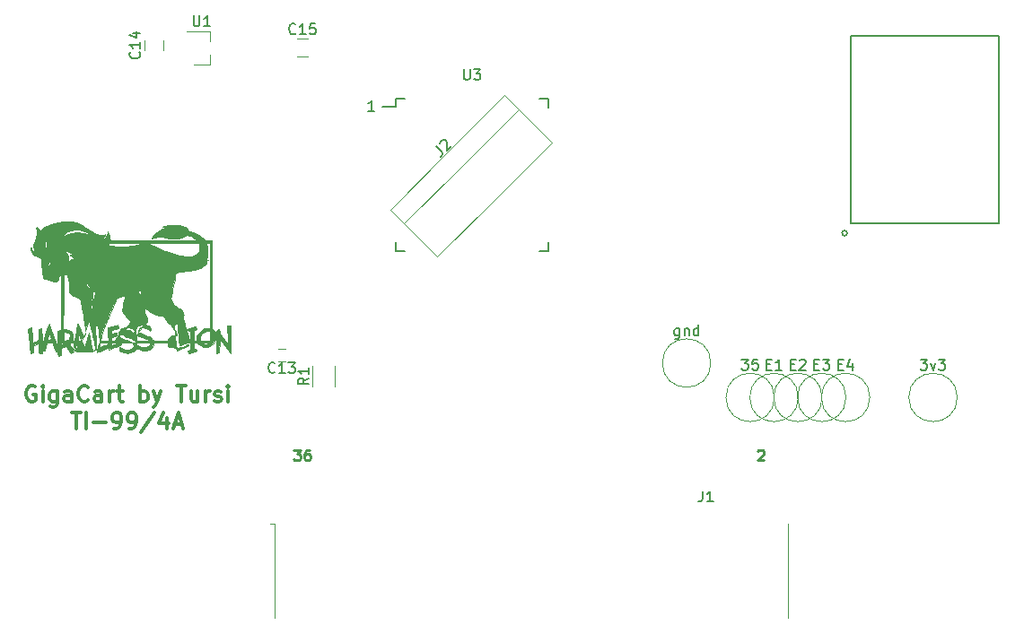
<source format=gto>
G04 #@! TF.FileFunction,Legend,Top*
%FSLAX46Y46*%
G04 Gerber Fmt 4.6, Leading zero omitted, Abs format (unit mm)*
G04 Created by KiCad (PCBNEW 4.0.7) date 02/05/19 23:34:14*
%MOMM*%
%LPD*%
G01*
G04 APERTURE LIST*
%ADD10C,0.100000*%
%ADD11C,0.250000*%
%ADD12C,0.200000*%
%ADD13C,0.300000*%
%ADD14C,0.120000*%
%ADD15C,0.127000*%
%ADD16C,0.150000*%
%ADD17C,0.010000*%
G04 APERTURE END LIST*
D10*
D11*
X120190476Y-118952381D02*
X120809524Y-118952381D01*
X120476190Y-119333333D01*
X120619048Y-119333333D01*
X120714286Y-119380952D01*
X120761905Y-119428571D01*
X120809524Y-119523810D01*
X120809524Y-119761905D01*
X120761905Y-119857143D01*
X120714286Y-119904762D01*
X120619048Y-119952381D01*
X120333333Y-119952381D01*
X120238095Y-119904762D01*
X120190476Y-119857143D01*
X121666667Y-118952381D02*
X121476190Y-118952381D01*
X121380952Y-119000000D01*
X121333333Y-119047619D01*
X121238095Y-119190476D01*
X121190476Y-119380952D01*
X121190476Y-119761905D01*
X121238095Y-119857143D01*
X121285714Y-119904762D01*
X121380952Y-119952381D01*
X121571429Y-119952381D01*
X121666667Y-119904762D01*
X121714286Y-119857143D01*
X121761905Y-119761905D01*
X121761905Y-119523810D01*
X121714286Y-119428571D01*
X121666667Y-119380952D01*
X121571429Y-119333333D01*
X121380952Y-119333333D01*
X121285714Y-119380952D01*
X121238095Y-119428571D01*
X121190476Y-119523810D01*
X163964286Y-119047619D02*
X164011905Y-119000000D01*
X164107143Y-118952381D01*
X164345239Y-118952381D01*
X164440477Y-119000000D01*
X164488096Y-119047619D01*
X164535715Y-119142857D01*
X164535715Y-119238095D01*
X164488096Y-119380952D01*
X163916667Y-119952381D01*
X164535715Y-119952381D01*
D12*
X127785715Y-86952381D02*
X127214286Y-86952381D01*
X127500000Y-86952381D02*
X127500000Y-85952381D01*
X127404762Y-86095238D01*
X127309524Y-86190476D01*
X127214286Y-86238095D01*
D13*
X95785714Y-112975000D02*
X95642857Y-112903571D01*
X95428571Y-112903571D01*
X95214286Y-112975000D01*
X95071428Y-113117857D01*
X95000000Y-113260714D01*
X94928571Y-113546429D01*
X94928571Y-113760714D01*
X95000000Y-114046429D01*
X95071428Y-114189286D01*
X95214286Y-114332143D01*
X95428571Y-114403571D01*
X95571428Y-114403571D01*
X95785714Y-114332143D01*
X95857143Y-114260714D01*
X95857143Y-113760714D01*
X95571428Y-113760714D01*
X96500000Y-114403571D02*
X96500000Y-113403571D01*
X96500000Y-112903571D02*
X96428571Y-112975000D01*
X96500000Y-113046429D01*
X96571428Y-112975000D01*
X96500000Y-112903571D01*
X96500000Y-113046429D01*
X97857143Y-113403571D02*
X97857143Y-114617857D01*
X97785714Y-114760714D01*
X97714286Y-114832143D01*
X97571429Y-114903571D01*
X97357143Y-114903571D01*
X97214286Y-114832143D01*
X97857143Y-114332143D02*
X97714286Y-114403571D01*
X97428572Y-114403571D01*
X97285714Y-114332143D01*
X97214286Y-114260714D01*
X97142857Y-114117857D01*
X97142857Y-113689286D01*
X97214286Y-113546429D01*
X97285714Y-113475000D01*
X97428572Y-113403571D01*
X97714286Y-113403571D01*
X97857143Y-113475000D01*
X99214286Y-114403571D02*
X99214286Y-113617857D01*
X99142857Y-113475000D01*
X99000000Y-113403571D01*
X98714286Y-113403571D01*
X98571429Y-113475000D01*
X99214286Y-114332143D02*
X99071429Y-114403571D01*
X98714286Y-114403571D01*
X98571429Y-114332143D01*
X98500000Y-114189286D01*
X98500000Y-114046429D01*
X98571429Y-113903571D01*
X98714286Y-113832143D01*
X99071429Y-113832143D01*
X99214286Y-113760714D01*
X100785715Y-114260714D02*
X100714286Y-114332143D01*
X100500000Y-114403571D01*
X100357143Y-114403571D01*
X100142858Y-114332143D01*
X100000000Y-114189286D01*
X99928572Y-114046429D01*
X99857143Y-113760714D01*
X99857143Y-113546429D01*
X99928572Y-113260714D01*
X100000000Y-113117857D01*
X100142858Y-112975000D01*
X100357143Y-112903571D01*
X100500000Y-112903571D01*
X100714286Y-112975000D01*
X100785715Y-113046429D01*
X102071429Y-114403571D02*
X102071429Y-113617857D01*
X102000000Y-113475000D01*
X101857143Y-113403571D01*
X101571429Y-113403571D01*
X101428572Y-113475000D01*
X102071429Y-114332143D02*
X101928572Y-114403571D01*
X101571429Y-114403571D01*
X101428572Y-114332143D01*
X101357143Y-114189286D01*
X101357143Y-114046429D01*
X101428572Y-113903571D01*
X101571429Y-113832143D01*
X101928572Y-113832143D01*
X102071429Y-113760714D01*
X102785715Y-114403571D02*
X102785715Y-113403571D01*
X102785715Y-113689286D02*
X102857143Y-113546429D01*
X102928572Y-113475000D01*
X103071429Y-113403571D01*
X103214286Y-113403571D01*
X103500000Y-113403571D02*
X104071429Y-113403571D01*
X103714286Y-112903571D02*
X103714286Y-114189286D01*
X103785714Y-114332143D01*
X103928572Y-114403571D01*
X104071429Y-114403571D01*
X105714286Y-114403571D02*
X105714286Y-112903571D01*
X105714286Y-113475000D02*
X105857143Y-113403571D01*
X106142857Y-113403571D01*
X106285714Y-113475000D01*
X106357143Y-113546429D01*
X106428572Y-113689286D01*
X106428572Y-114117857D01*
X106357143Y-114260714D01*
X106285714Y-114332143D01*
X106142857Y-114403571D01*
X105857143Y-114403571D01*
X105714286Y-114332143D01*
X106928572Y-113403571D02*
X107285715Y-114403571D01*
X107642857Y-113403571D02*
X107285715Y-114403571D01*
X107142857Y-114760714D01*
X107071429Y-114832143D01*
X106928572Y-114903571D01*
X109142857Y-112903571D02*
X110000000Y-112903571D01*
X109571429Y-114403571D02*
X109571429Y-112903571D01*
X111142857Y-113403571D02*
X111142857Y-114403571D01*
X110500000Y-113403571D02*
X110500000Y-114189286D01*
X110571428Y-114332143D01*
X110714286Y-114403571D01*
X110928571Y-114403571D01*
X111071428Y-114332143D01*
X111142857Y-114260714D01*
X111857143Y-114403571D02*
X111857143Y-113403571D01*
X111857143Y-113689286D02*
X111928571Y-113546429D01*
X112000000Y-113475000D01*
X112142857Y-113403571D01*
X112285714Y-113403571D01*
X112714285Y-114332143D02*
X112857142Y-114403571D01*
X113142857Y-114403571D01*
X113285714Y-114332143D01*
X113357142Y-114189286D01*
X113357142Y-114117857D01*
X113285714Y-113975000D01*
X113142857Y-113903571D01*
X112928571Y-113903571D01*
X112785714Y-113832143D01*
X112714285Y-113689286D01*
X112714285Y-113617857D01*
X112785714Y-113475000D01*
X112928571Y-113403571D01*
X113142857Y-113403571D01*
X113285714Y-113475000D01*
X114000000Y-114403571D02*
X114000000Y-113403571D01*
X114000000Y-112903571D02*
X113928571Y-112975000D01*
X114000000Y-113046429D01*
X114071428Y-112975000D01*
X114000000Y-112903571D01*
X114000000Y-113046429D01*
X99214286Y-115453571D02*
X100071429Y-115453571D01*
X99642858Y-116953571D02*
X99642858Y-115453571D01*
X100571429Y-116953571D02*
X100571429Y-115453571D01*
X101285715Y-116382143D02*
X102428572Y-116382143D01*
X103214286Y-116953571D02*
X103500001Y-116953571D01*
X103642858Y-116882143D01*
X103714286Y-116810714D01*
X103857144Y-116596429D01*
X103928572Y-116310714D01*
X103928572Y-115739286D01*
X103857144Y-115596429D01*
X103785715Y-115525000D01*
X103642858Y-115453571D01*
X103357144Y-115453571D01*
X103214286Y-115525000D01*
X103142858Y-115596429D01*
X103071429Y-115739286D01*
X103071429Y-116096429D01*
X103142858Y-116239286D01*
X103214286Y-116310714D01*
X103357144Y-116382143D01*
X103642858Y-116382143D01*
X103785715Y-116310714D01*
X103857144Y-116239286D01*
X103928572Y-116096429D01*
X104642857Y-116953571D02*
X104928572Y-116953571D01*
X105071429Y-116882143D01*
X105142857Y-116810714D01*
X105285715Y-116596429D01*
X105357143Y-116310714D01*
X105357143Y-115739286D01*
X105285715Y-115596429D01*
X105214286Y-115525000D01*
X105071429Y-115453571D01*
X104785715Y-115453571D01*
X104642857Y-115525000D01*
X104571429Y-115596429D01*
X104500000Y-115739286D01*
X104500000Y-116096429D01*
X104571429Y-116239286D01*
X104642857Y-116310714D01*
X104785715Y-116382143D01*
X105071429Y-116382143D01*
X105214286Y-116310714D01*
X105285715Y-116239286D01*
X105357143Y-116096429D01*
X107071428Y-115382143D02*
X105785714Y-117310714D01*
X108214286Y-115953571D02*
X108214286Y-116953571D01*
X107857143Y-115382143D02*
X107500000Y-116453571D01*
X108428572Y-116453571D01*
X108928571Y-116525000D02*
X109642857Y-116525000D01*
X108785714Y-116953571D02*
X109285714Y-115453571D01*
X109785714Y-116953571D01*
D14*
X182786000Y-114000000D02*
G75*
G03X182786000Y-114000000I-2286000J0D01*
G01*
X159536000Y-110750000D02*
G75*
G03X159536000Y-110750000I-2286000J0D01*
G01*
D15*
X172386860Y-98486880D02*
G75*
G03X172386860Y-98486880I-233680J0D01*
G01*
X172755160Y-97595340D02*
X172755160Y-79891540D01*
X172755160Y-79891540D02*
X186750560Y-79891540D01*
X186750560Y-79891540D02*
X186750560Y-97595340D01*
X186750560Y-97595340D02*
X172755160Y-97595340D01*
D14*
X119400000Y-110600000D02*
X118700000Y-110600000D01*
X118700000Y-109400000D02*
X119400000Y-109400000D01*
X106150000Y-80250000D02*
X106150000Y-81250000D01*
X107850000Y-81250000D02*
X107850000Y-80250000D01*
X121500000Y-80150000D02*
X120500000Y-80150000D01*
X120500000Y-81850000D02*
X121500000Y-81850000D01*
X166790000Y-134850000D02*
X166790000Y-125900000D01*
X118390000Y-134850000D02*
X118390000Y-125900000D01*
X118390000Y-125900000D02*
X117990000Y-125900000D01*
X139139555Y-95343502D02*
X144527708Y-89955349D01*
X136000000Y-92203948D02*
X141388154Y-86815795D01*
X134656498Y-90860445D02*
X140044651Y-85472292D01*
X129268344Y-96248599D02*
X133751401Y-100731656D01*
X140044651Y-85472292D02*
X144527708Y-89955349D01*
X136000000Y-92203948D02*
X130611847Y-97592102D01*
X129268344Y-96248599D02*
X134656498Y-90860445D01*
X139139555Y-95343502D02*
X133751401Y-100731656D01*
X124070000Y-111000000D02*
X124070000Y-113000000D01*
X121930000Y-113000000D02*
X121930000Y-111000000D01*
D16*
X129825000Y-85825000D02*
X129825000Y-86550000D01*
X144175000Y-85825000D02*
X144175000Y-86625000D01*
X144175000Y-100175000D02*
X144175000Y-99375000D01*
X129825000Y-100175000D02*
X129825000Y-99375000D01*
X129825000Y-85825000D02*
X130625000Y-85825000D01*
X129825000Y-100175000D02*
X130625000Y-100175000D01*
X144175000Y-100175000D02*
X143375000Y-100175000D01*
X144175000Y-85825000D02*
X143375000Y-85825000D01*
X129825000Y-86550000D02*
X128550000Y-86550000D01*
D14*
X167786000Y-114000000D02*
G75*
G03X167786000Y-114000000I-2286000J0D01*
G01*
X170036000Y-114000000D02*
G75*
G03X170036000Y-114000000I-2286000J0D01*
G01*
X172286000Y-114000000D02*
G75*
G03X172286000Y-114000000I-2286000J0D01*
G01*
X174536000Y-114000000D02*
G75*
G03X174536000Y-114000000I-2286000J0D01*
G01*
X165536000Y-114000000D02*
G75*
G03X165536000Y-114000000I-2286000J0D01*
G01*
X112260000Y-82580000D02*
X112260000Y-81650000D01*
X112260000Y-79420000D02*
X112260000Y-80350000D01*
X112260000Y-79420000D02*
X110100000Y-79420000D01*
X112260000Y-82580000D02*
X110800000Y-82580000D01*
D17*
G36*
X99098472Y-97378395D02*
X99307583Y-97399621D01*
X99514314Y-97434319D01*
X99698887Y-97477728D01*
X99841525Y-97525082D01*
X99922448Y-97571619D01*
X99928000Y-97578177D01*
X99976609Y-97614806D01*
X100070539Y-97668361D01*
X100097333Y-97682093D01*
X100197519Y-97739825D01*
X100341557Y-97832170D01*
X100505252Y-97943371D01*
X100584167Y-97999151D01*
X100923164Y-98221984D01*
X101255877Y-98402334D01*
X101571583Y-98536216D01*
X101859561Y-98619641D01*
X102109088Y-98648622D01*
X102277639Y-98628922D01*
X102371328Y-98612234D01*
X102422411Y-98618300D01*
X102423133Y-98672444D01*
X102375372Y-98759847D01*
X102294867Y-98858599D01*
X102197362Y-98946791D01*
X102174901Y-98962797D01*
X102100549Y-99024682D01*
X102095689Y-99056535D01*
X102149608Y-99055441D01*
X102251591Y-99018485D01*
X102297431Y-98996139D01*
X102457377Y-98867659D01*
X102576083Y-98675420D01*
X102624551Y-98529833D01*
X102665825Y-98360500D01*
X102737830Y-98593333D01*
X102784299Y-98761867D01*
X102822320Y-98931355D01*
X102835171Y-99006083D01*
X102860508Y-99186000D01*
X111076425Y-99186000D01*
X110973796Y-99074600D01*
X110851938Y-98975669D01*
X110676704Y-98873595D01*
X110477589Y-98782570D01*
X110284091Y-98716786D01*
X110186635Y-98695874D01*
X110068637Y-98686413D01*
X109969945Y-98706359D01*
X109854786Y-98765412D01*
X109797094Y-98801517D01*
X109573642Y-98911310D01*
X109305137Y-98992775D01*
X109027405Y-99037849D01*
X108776272Y-99038473D01*
X108755235Y-99035946D01*
X108613495Y-99013785D01*
X108423692Y-98979778D01*
X108220466Y-98940216D01*
X108161833Y-98928158D01*
X107730797Y-98862009D01*
X107356899Y-98855158D01*
X107041619Y-98907604D01*
X106978457Y-98927736D01*
X106749696Y-99008139D01*
X106878887Y-98798177D01*
X107045091Y-98590554D01*
X107272382Y-98393098D01*
X107537309Y-98220614D01*
X107816421Y-98087908D01*
X108086266Y-98009787D01*
X108140667Y-98001565D01*
X108373500Y-97972979D01*
X108246500Y-97919637D01*
X108121417Y-97890047D01*
X107970731Y-97883637D01*
X107935902Y-97886363D01*
X107815412Y-97895282D01*
X107769164Y-97889133D01*
X107788733Y-97871157D01*
X107865699Y-97844593D01*
X107991637Y-97812683D01*
X108158126Y-97778666D01*
X108263613Y-97760285D01*
X108491686Y-97726846D01*
X108681755Y-97711014D01*
X108871044Y-97711732D01*
X109096779Y-97727945D01*
X109166955Y-97734659D01*
X109412439Y-97763728D01*
X109591759Y-97800360D01*
X109723413Y-97853085D01*
X109825897Y-97930432D01*
X109917710Y-98040931D01*
X109957495Y-98099213D01*
X110034697Y-98202889D01*
X110075037Y-98232336D01*
X110072708Y-98192092D01*
X110021904Y-98086693D01*
X110006861Y-98060639D01*
X109954220Y-97962092D01*
X109930539Y-97898515D01*
X109931650Y-97888905D01*
X109976962Y-97895995D01*
X110051254Y-97952555D01*
X110134733Y-98038847D01*
X110207608Y-98135135D01*
X110241865Y-98198274D01*
X110308178Y-98305414D01*
X110392721Y-98340176D01*
X110395485Y-98340226D01*
X110570705Y-98369013D01*
X110787125Y-98445301D01*
X111024666Y-98558166D01*
X111263250Y-98696683D01*
X111482799Y-98849927D01*
X111663235Y-99006974D01*
X111707576Y-99054143D01*
X111772879Y-99121835D01*
X111836092Y-99161243D01*
X111922273Y-99179984D01*
X112056483Y-99185670D01*
X112141493Y-99186000D01*
X112458667Y-99186000D01*
X112458667Y-107453386D01*
X112649167Y-107657046D01*
X112754096Y-107763098D01*
X112814662Y-107807341D01*
X112838521Y-107794770D01*
X112839667Y-107781306D01*
X112872381Y-107718094D01*
X112951386Y-107639123D01*
X113047973Y-107567924D01*
X113133432Y-107528025D01*
X113151580Y-107525667D01*
X113167275Y-107563653D01*
X113177155Y-107660284D01*
X113178830Y-107726750D01*
X113182363Y-107810856D01*
X113197935Y-107886064D01*
X113233702Y-107967249D01*
X113297817Y-108069288D01*
X113398434Y-108207059D01*
X113543707Y-108395438D01*
X113549247Y-108402548D01*
X113684244Y-108572743D01*
X113802500Y-108716132D01*
X113893721Y-108820662D01*
X113947617Y-108874279D01*
X113955924Y-108878798D01*
X113969926Y-108840659D01*
X113975253Y-108737720D01*
X113971252Y-108589463D01*
X113967570Y-108531083D01*
X113955427Y-108331503D01*
X113943733Y-108086570D01*
X113934261Y-107835589D01*
X113930813Y-107716167D01*
X113919167Y-107250500D01*
X114226943Y-107224802D01*
X114256898Y-108338318D01*
X114264482Y-108647329D01*
X114270236Y-108937462D01*
X114273997Y-109195166D01*
X114275605Y-109406893D01*
X114274897Y-109559094D01*
X114272343Y-109631668D01*
X114257833Y-109811502D01*
X113718083Y-109126835D01*
X113178333Y-108442169D01*
X113178333Y-109100813D01*
X113177925Y-109349991D01*
X113175503Y-109527383D01*
X113169276Y-109645869D01*
X113157450Y-109718329D01*
X113138231Y-109757643D01*
X113109828Y-109776693D01*
X113083083Y-109784984D01*
X112993578Y-109808135D01*
X112929222Y-109814871D01*
X112885871Y-109794295D01*
X112859379Y-109735511D01*
X112845604Y-109627622D01*
X112840399Y-109459732D01*
X112839622Y-109220945D01*
X112839633Y-109144917D01*
X112839600Y-108478167D01*
X112750577Y-108658014D01*
X112594052Y-108882691D01*
X112365314Y-109067717D01*
X112249961Y-109132822D01*
X111985045Y-109229140D01*
X111732479Y-109241754D01*
X111492875Y-109170742D01*
X111266847Y-109016183D01*
X111254179Y-109004668D01*
X111126394Y-108900231D01*
X111039475Y-108859262D01*
X111516308Y-108859262D01*
X111519881Y-108880368D01*
X111546008Y-108902846D01*
X111655651Y-108946083D01*
X111809446Y-108961414D01*
X111971638Y-108948921D01*
X112106473Y-108908690D01*
X112120000Y-108901500D01*
X112163430Y-108873028D01*
X112165157Y-108855194D01*
X112113985Y-108845531D01*
X111998720Y-108841571D01*
X111844833Y-108840846D01*
X111666737Y-108842001D01*
X111561244Y-108847306D01*
X111516308Y-108859262D01*
X111039475Y-108859262D01*
X111019027Y-108849624D01*
X110919349Y-108838000D01*
X110765333Y-108838000D01*
X110765333Y-109425439D01*
X110881750Y-109417470D01*
X110964263Y-109422643D01*
X110994683Y-109470772D01*
X110998167Y-109535576D01*
X110994198Y-109598802D01*
X110971111Y-109641573D01*
X110912131Y-109674104D01*
X110800482Y-109706610D01*
X110664223Y-109738939D01*
X110501762Y-109772789D01*
X110368413Y-109793697D01*
X110287643Y-109798179D01*
X110278240Y-109796258D01*
X110231504Y-109743381D01*
X110205684Y-109668968D01*
X110204729Y-109587524D01*
X110258670Y-109547379D01*
X110301797Y-109536032D01*
X110356760Y-109520881D01*
X110391743Y-109493281D01*
X110412223Y-109436005D01*
X110423677Y-109331829D01*
X110431581Y-109163528D01*
X110433130Y-109122989D01*
X110437939Y-108911124D01*
X110438332Y-108816833D01*
X112247000Y-108816833D01*
X112268167Y-108838000D01*
X112289333Y-108816833D01*
X112268167Y-108795667D01*
X112247000Y-108816833D01*
X110438332Y-108816833D01*
X110439013Y-108653566D01*
X110436368Y-108389205D01*
X110432791Y-108236448D01*
X110425744Y-108024596D01*
X110417655Y-107883168D01*
X110405341Y-107797946D01*
X110385616Y-107754714D01*
X110355294Y-107739256D01*
X110320964Y-107737333D01*
X110237033Y-107708573D01*
X110195968Y-107624932D01*
X110190854Y-107523907D01*
X110217424Y-107481835D01*
X110279263Y-107458982D01*
X110394422Y-107427708D01*
X110539637Y-107393089D01*
X110691642Y-107360205D01*
X110827172Y-107334134D01*
X110922963Y-107319954D01*
X110955504Y-107320727D01*
X110970306Y-107369099D01*
X110984371Y-107462482D01*
X110983698Y-107553572D01*
X110939681Y-107592183D01*
X110881750Y-107602562D01*
X110765333Y-107615957D01*
X110765333Y-108626333D01*
X110892333Y-108626333D01*
X110982501Y-108615582D01*
X111015685Y-108566633D01*
X111019333Y-108507017D01*
X111027370Y-108452180D01*
X111315667Y-108452180D01*
X111315667Y-108626333D01*
X112247000Y-108626333D01*
X112247000Y-108224167D01*
X112461513Y-108224167D01*
X112462597Y-108401683D01*
X112467319Y-108505736D01*
X112478145Y-108547521D01*
X112497545Y-108538232D01*
X112522167Y-108499333D01*
X112560356Y-108390376D01*
X112582269Y-108246722D01*
X112584166Y-108200508D01*
X112571694Y-108063231D01*
X112538577Y-107951087D01*
X112523513Y-107925341D01*
X112494198Y-107894099D01*
X112475848Y-107902621D01*
X112465963Y-107962954D01*
X112462044Y-108087144D01*
X112461513Y-108224167D01*
X112247000Y-108224167D01*
X112247000Y-107800833D01*
X112416333Y-107800833D01*
X112437500Y-107822000D01*
X112458667Y-107800833D01*
X112437500Y-107779667D01*
X112416333Y-107800833D01*
X112247000Y-107800833D01*
X112247000Y-107684228D01*
X112036099Y-107704493D01*
X111802967Y-107764402D01*
X111600458Y-107887582D01*
X111442595Y-108059482D01*
X111343399Y-108265548D01*
X111315667Y-108452180D01*
X111027370Y-108452180D01*
X111058827Y-108237568D01*
X111168826Y-107986798D01*
X111336605Y-107767883D01*
X111549438Y-107594001D01*
X111794602Y-107478326D01*
X112055468Y-107434107D01*
X112247000Y-107430262D01*
X112247000Y-99397667D01*
X112098833Y-99397667D01*
X112000849Y-99404012D01*
X111951928Y-99419613D01*
X111950667Y-99422901D01*
X111961618Y-99474192D01*
X111989953Y-99580823D01*
X112019449Y-99684739D01*
X112053731Y-99859217D01*
X112071213Y-100071610D01*
X112072712Y-100298633D01*
X112059046Y-100517000D01*
X112031032Y-100703424D01*
X111989487Y-100834621D01*
X111978399Y-100854086D01*
X111922244Y-100948261D01*
X111921687Y-100992685D01*
X111982380Y-101005970D01*
X112024750Y-101006734D01*
X112087772Y-101010046D01*
X112095046Y-101026512D01*
X112040102Y-101066845D01*
X111958333Y-101116706D01*
X111859117Y-101183193D01*
X111804106Y-101234157D01*
X111800289Y-101251066D01*
X111846253Y-101247755D01*
X111875172Y-101225761D01*
X111947680Y-101172169D01*
X111985352Y-101180679D01*
X111987649Y-101235984D01*
X111954030Y-101322778D01*
X111883957Y-101425753D01*
X111882293Y-101427737D01*
X111736930Y-101573457D01*
X111560157Y-101697542D01*
X111343563Y-101802656D01*
X111078736Y-101891463D01*
X110757265Y-101966624D01*
X110370737Y-102030803D01*
X109910740Y-102086663D01*
X109749333Y-102102956D01*
X109482137Y-102132116D01*
X109288527Y-102162760D01*
X109157462Y-102199071D01*
X109077905Y-102245229D01*
X109038816Y-102305415D01*
X109029110Y-102375724D01*
X109024669Y-102447581D01*
X109010760Y-102551037D01*
X108985775Y-102694137D01*
X108948104Y-102884929D01*
X108896139Y-103131461D01*
X108828270Y-103441778D01*
X108742887Y-103823929D01*
X108712764Y-103957561D01*
X108557783Y-104643955D01*
X108712551Y-104938479D01*
X108840195Y-105147367D01*
X108984880Y-105328926D01*
X109133066Y-105469807D01*
X109271214Y-105556664D01*
X109361632Y-105578333D01*
X109501409Y-105606303D01*
X109612558Y-105696253D01*
X109704092Y-105857238D01*
X109743629Y-105962170D01*
X109790261Y-106115020D01*
X109805071Y-106213765D01*
X109790560Y-106281701D01*
X109779985Y-106300973D01*
X109763997Y-106392741D01*
X109782355Y-106561593D01*
X109835002Y-106807257D01*
X109921877Y-107129455D01*
X110042921Y-107527915D01*
X110049355Y-107548216D01*
X110116949Y-107769739D01*
X110186492Y-108011594D01*
X110245002Y-108228357D01*
X110254911Y-108267395D01*
X110298840Y-108424847D01*
X110341517Y-108546863D01*
X110375473Y-108612935D01*
X110382871Y-108618790D01*
X110424343Y-108668612D01*
X110423263Y-108749442D01*
X110386032Y-108823210D01*
X110344030Y-108849735D01*
X110270207Y-108847049D01*
X110245251Y-108822922D01*
X110198752Y-108813915D01*
X110080281Y-108843524D01*
X109892793Y-108910937D01*
X109819587Y-108940004D01*
X109649052Y-109006737D01*
X109509779Y-109057113D01*
X109418847Y-109085206D01*
X109392689Y-109088133D01*
X109384299Y-109042869D01*
X109370027Y-108925026D01*
X109351087Y-108746395D01*
X109328694Y-108518764D01*
X109304062Y-108253924D01*
X109286578Y-108057744D01*
X109261270Y-107774532D01*
X109237635Y-107520711D01*
X109216841Y-107308013D01*
X109200062Y-107148172D01*
X109188466Y-107052921D01*
X109184119Y-107031007D01*
X109139350Y-107034219D01*
X109047778Y-107060135D01*
X109033041Y-107065167D01*
X108956490Y-107095615D01*
X108916883Y-107134444D01*
X108904156Y-107205767D01*
X108908246Y-107333696D01*
X108909760Y-107360530D01*
X108923833Y-107608011D01*
X108818000Y-107472068D01*
X108727897Y-107364731D01*
X108608876Y-107233452D01*
X108527286Y-107148205D01*
X108329535Y-106934509D01*
X108162023Y-106728571D01*
X108036626Y-106546070D01*
X107967456Y-106409053D01*
X107916212Y-106267340D01*
X107560080Y-106242207D01*
X107237528Y-106196753D01*
X106959954Y-106102590D01*
X106698949Y-105947964D01*
X106534530Y-105817899D01*
X106406651Y-105719359D01*
X106290435Y-105648648D01*
X106210507Y-105620689D01*
X106209041Y-105620667D01*
X106145860Y-105634665D01*
X106109548Y-105691228D01*
X106086989Y-105800583D01*
X106091036Y-106031451D01*
X106172455Y-106236008D01*
X106242022Y-106325658D01*
X106321297Y-106453499D01*
X106368946Y-106614411D01*
X106375701Y-106769149D01*
X106361297Y-106830769D01*
X106299169Y-106916245D01*
X106197213Y-106994189D01*
X106184838Y-107000893D01*
X106112491Y-107037975D01*
X106081056Y-107063519D01*
X106099649Y-107088223D01*
X106177389Y-107122788D01*
X106323392Y-107177914D01*
X106341500Y-107184743D01*
X106457528Y-107243823D01*
X106584952Y-107329719D01*
X106611703Y-107350941D01*
X106698770Y-107426961D01*
X106728923Y-107478503D01*
X106711116Y-107534289D01*
X106682847Y-107579135D01*
X106610787Y-107689111D01*
X106426405Y-107559147D01*
X106204525Y-107444913D01*
X106028688Y-107408683D01*
X105815352Y-107388184D01*
X105676259Y-107612775D01*
X105600360Y-107733077D01*
X105557391Y-107788551D01*
X105536113Y-107786605D01*
X105525293Y-107734645D01*
X105522814Y-107713931D01*
X105532709Y-107605663D01*
X105604559Y-107519038D01*
X105622405Y-107505165D01*
X105738933Y-107409559D01*
X105847628Y-107306443D01*
X105934046Y-107211587D01*
X105983745Y-107140763D01*
X105984127Y-107110209D01*
X105923124Y-107114064D01*
X105808992Y-107138741D01*
X105696756Y-107169968D01*
X105559743Y-107207855D01*
X105454048Y-107230351D01*
X105410167Y-107233188D01*
X105390363Y-107242784D01*
X105398403Y-107252847D01*
X105393680Y-107301145D01*
X105343962Y-107383184D01*
X105324319Y-107407790D01*
X105237438Y-107573757D01*
X105224277Y-107768208D01*
X105268836Y-107935661D01*
X105301511Y-108031070D01*
X105310120Y-108089730D01*
X105329592Y-108104662D01*
X105349512Y-108095408D01*
X105373516Y-108104928D01*
X105379692Y-108179988D01*
X105368619Y-108328951D01*
X105366796Y-108346261D01*
X105336803Y-108626333D01*
X106553167Y-108623691D01*
X106383833Y-108519037D01*
X106260081Y-108455501D01*
X106088632Y-108383744D01*
X105903473Y-108317814D01*
X105875833Y-108309052D01*
X105675015Y-108245209D01*
X105543692Y-108196598D01*
X105470244Y-108154189D01*
X105443050Y-108108951D01*
X105450492Y-108051852D01*
X105472047Y-107995243D01*
X105514411Y-107906656D01*
X105545573Y-107864828D01*
X105547637Y-107864333D01*
X105598894Y-107879705D01*
X105708982Y-107920675D01*
X105858894Y-107979522D01*
X106029625Y-108048526D01*
X106202170Y-108119966D01*
X106357523Y-108186122D01*
X106476679Y-108239274D01*
X106510833Y-108255602D01*
X106673274Y-108350087D01*
X106796033Y-108448736D01*
X106863012Y-108537475D01*
X106870667Y-108570212D01*
X106887525Y-108591532D01*
X106944755Y-108606998D01*
X107052339Y-108617392D01*
X107220259Y-108623498D01*
X107458498Y-108626098D01*
X107586292Y-108626333D01*
X108301918Y-108626333D01*
X108432273Y-108395356D01*
X108534399Y-108233458D01*
X108626476Y-108139569D01*
X108725610Y-108101506D01*
X108839167Y-108105534D01*
X108966167Y-108124932D01*
X108946733Y-107631500D01*
X109051155Y-107843167D01*
X109127581Y-108015681D01*
X109153963Y-108124513D01*
X109130581Y-108174069D01*
X109072000Y-108172933D01*
X109009048Y-108172403D01*
X108988140Y-108230424D01*
X108987333Y-108259902D01*
X108993058Y-108402999D01*
X109008368Y-108579892D01*
X109030469Y-108770680D01*
X109056568Y-108955460D01*
X109083867Y-109114332D01*
X109109574Y-109227392D01*
X109129748Y-109274087D01*
X109193266Y-109287456D01*
X109315593Y-109290946D01*
X109471378Y-109283940D01*
X109486424Y-109282753D01*
X109660122Y-109263720D01*
X109784500Y-109232433D01*
X109894905Y-109176023D01*
X110015591Y-109090059D01*
X110133960Y-109002571D01*
X110201839Y-108962561D01*
X110234941Y-108964730D01*
X110248980Y-109003778D01*
X110250170Y-109010944D01*
X110254761Y-109089061D01*
X110247881Y-109115563D01*
X110204975Y-109136789D01*
X110098241Y-109183965D01*
X109942157Y-109250840D01*
X109751201Y-109331163D01*
X109676948Y-109362069D01*
X109122308Y-109592282D01*
X109069474Y-109310654D01*
X108742654Y-109280815D01*
X108535577Y-109258234D01*
X108398844Y-109230082D01*
X108318174Y-109188093D01*
X108279286Y-109123999D01*
X108267900Y-109029534D01*
X108267667Y-109005844D01*
X108267667Y-108838000D01*
X106956334Y-108838000D01*
X106928151Y-109017917D01*
X106857188Y-109213420D01*
X106717811Y-109371768D01*
X106520829Y-109485685D01*
X106277046Y-109547893D01*
X106126933Y-109557430D01*
X105960747Y-109541493D01*
X105764196Y-109499684D01*
X105573115Y-109441579D01*
X105423337Y-109376751D01*
X105400858Y-109363417D01*
X105335180Y-109326091D01*
X105322153Y-109339018D01*
X105331222Y-109366812D01*
X105317494Y-109437538D01*
X105245724Y-109538130D01*
X105212312Y-109573488D01*
X105021428Y-109706792D01*
X104783456Y-109781096D01*
X104512704Y-109795702D01*
X104223479Y-109749913D01*
X103930087Y-109643031D01*
X103916762Y-109636651D01*
X103779875Y-109558748D01*
X103712209Y-109482211D01*
X103700935Y-109387530D01*
X103712683Y-109326296D01*
X103738831Y-109222115D01*
X103892389Y-109326323D01*
X104084158Y-109426545D01*
X104287659Y-109482799D01*
X104490994Y-109498865D01*
X104682268Y-109478521D01*
X104849583Y-109425549D01*
X104981042Y-109343726D01*
X105028988Y-109282500D01*
X105219667Y-109282500D01*
X105240833Y-109303667D01*
X105262000Y-109282500D01*
X105240833Y-109261333D01*
X105219667Y-109282500D01*
X105028988Y-109282500D01*
X105064749Y-109236834D01*
X105087958Y-109113167D01*
X105227919Y-109113167D01*
X105232495Y-109185464D01*
X105245747Y-109191830D01*
X105247434Y-109188056D01*
X105255809Y-109104016D01*
X105249003Y-109061056D01*
X105235528Y-109043792D01*
X105228199Y-109100020D01*
X105227919Y-109113167D01*
X105087958Y-109113167D01*
X105088806Y-109108652D01*
X105041318Y-108962959D01*
X105040518Y-108961559D01*
X104969604Y-108838000D01*
X105158135Y-108838000D01*
X105281512Y-108845934D01*
X105337977Y-108873609D01*
X105346667Y-108903998D01*
X105324722Y-108947193D01*
X105293750Y-108938205D01*
X105266123Y-108929994D01*
X105297230Y-108975988D01*
X105411770Y-109071496D01*
X105580057Y-109158757D01*
X105771279Y-109225311D01*
X105954621Y-109258697D01*
X106000562Y-109260403D01*
X106117238Y-109248438D01*
X106256746Y-109218394D01*
X106394758Y-109177787D01*
X106506941Y-109134129D01*
X106568967Y-109094935D01*
X106574333Y-109083207D01*
X106584748Y-109037927D01*
X106609888Y-108946531D01*
X106610743Y-108943554D01*
X106647152Y-108816833D01*
X106001235Y-108829444D01*
X105355319Y-108842054D01*
X105265226Y-108715531D01*
X105242138Y-108689833D01*
X106574333Y-108689833D01*
X106595500Y-108711000D01*
X106616667Y-108689833D01*
X106595500Y-108668667D01*
X106574333Y-108689833D01*
X105242138Y-108689833D01*
X105181980Y-108622875D01*
X105098709Y-108565130D01*
X105090952Y-108562289D01*
X105033587Y-108525836D01*
X105030750Y-108496770D01*
X105020078Y-108476892D01*
X104982087Y-108485845D01*
X104932819Y-108494086D01*
X104944096Y-108457653D01*
X104955687Y-108421198D01*
X104935480Y-108428326D01*
X104878290Y-108425456D01*
X104764323Y-108394626D01*
X104613591Y-108343536D01*
X104446107Y-108279886D01*
X104281884Y-108211378D01*
X104140935Y-108145711D01*
X104043272Y-108090586D01*
X104027444Y-108078934D01*
X103940335Y-108029502D01*
X103846290Y-108038557D01*
X103815395Y-108049370D01*
X103719009Y-108104713D01*
X103705095Y-108171928D01*
X103772299Y-108259139D01*
X103779335Y-108265596D01*
X103835094Y-108331157D01*
X103844697Y-108370935D01*
X103859327Y-108401805D01*
X103877445Y-108406240D01*
X103958093Y-108425741D01*
X104094562Y-108468729D01*
X104264154Y-108527015D01*
X104444171Y-108592416D01*
X104611913Y-108656744D01*
X104744682Y-108711814D01*
X104805536Y-108740949D01*
X104944500Y-108816833D01*
X104418673Y-108828778D01*
X104174049Y-108831435D01*
X104005210Y-108826038D01*
X103903602Y-108811979D01*
X103860959Y-108789129D01*
X103814743Y-108758924D01*
X103730827Y-108784803D01*
X103730620Y-108784903D01*
X103632167Y-108832270D01*
X103745730Y-108835135D01*
X103849793Y-108867746D01*
X103887179Y-108925857D01*
X103903638Y-109000279D01*
X103900615Y-109025275D01*
X103858415Y-109044624D01*
X103752058Y-109090064D01*
X103595744Y-109155616D01*
X103403674Y-109235300D01*
X103314667Y-109271992D01*
X102743167Y-109507147D01*
X102729771Y-109405407D01*
X102716235Y-109327882D01*
X102706976Y-109303667D01*
X102666765Y-109319181D01*
X102563545Y-109361594D01*
X102412236Y-109424712D01*
X102227762Y-109502342D01*
X102197023Y-109515333D01*
X102005702Y-109595059D01*
X101842023Y-109661059D01*
X101721986Y-109707039D01*
X101661591Y-109726704D01*
X101658901Y-109727000D01*
X101626540Y-109690324D01*
X101621280Y-109592281D01*
X101640679Y-109450849D01*
X101678078Y-109300910D01*
X102774712Y-109300910D01*
X102780503Y-109303667D01*
X102819136Y-109273865D01*
X102827833Y-109261333D01*
X102838621Y-109221756D01*
X102832830Y-109219000D01*
X102794197Y-109248802D01*
X102785500Y-109261333D01*
X102774712Y-109300910D01*
X101678078Y-109300910D01*
X101682295Y-109284007D01*
X101742284Y-109113167D01*
X101795405Y-108982704D01*
X101875333Y-108982704D01*
X101881633Y-109132730D01*
X101910562Y-109209629D01*
X101977162Y-109224600D01*
X102096476Y-109188843D01*
X102133061Y-109174579D01*
X102306543Y-109105684D01*
X102492365Y-109031890D01*
X102549944Y-109009024D01*
X102758888Y-108926048D01*
X102777012Y-109019607D01*
X102790451Y-109075956D01*
X102797579Y-109053714D01*
X102800901Y-109001687D01*
X102795900Y-108948422D01*
X102976000Y-108948422D01*
X102987009Y-109026698D01*
X103036060Y-109041853D01*
X103076483Y-109033625D01*
X103176716Y-109000980D01*
X103309954Y-108948708D01*
X103362233Y-108926193D01*
X103547500Y-108843980D01*
X103261750Y-108840990D01*
X103110425Y-108840929D01*
X103024953Y-108849444D01*
X102986534Y-108873605D01*
X102976367Y-108920480D01*
X102976000Y-108948422D01*
X102795900Y-108948422D01*
X102794681Y-108935440D01*
X102759605Y-108889758D01*
X102683115Y-108860952D01*
X102552655Y-108845333D01*
X102355665Y-108839212D01*
X102245750Y-108838578D01*
X101875333Y-108838000D01*
X101875333Y-108982704D01*
X101795405Y-108982704D01*
X101862945Y-108816833D01*
X101843747Y-108593300D01*
X101917667Y-108593300D01*
X101956845Y-108607844D01*
X102061791Y-108619122D01*
X102213622Y-108625496D01*
X102298817Y-108626333D01*
X102679967Y-108626333D01*
X102652297Y-108017369D01*
X102642100Y-107778652D01*
X102637583Y-107611122D01*
X102639858Y-107501423D01*
X102650038Y-107436198D01*
X102669235Y-107402091D01*
X102698560Y-107385746D01*
X102705063Y-107383640D01*
X102817724Y-107350916D01*
X102968253Y-107309773D01*
X103136761Y-107265307D01*
X103303360Y-107222613D01*
X103448161Y-107186788D01*
X103551277Y-107162927D01*
X103592819Y-107156127D01*
X103592863Y-107156169D01*
X103606463Y-107199707D01*
X103628062Y-107291818D01*
X103629150Y-107296881D01*
X103657190Y-107427930D01*
X103295428Y-107525148D01*
X102933667Y-107622367D01*
X102933667Y-107806850D01*
X102940166Y-107918262D01*
X102956554Y-107983643D01*
X102965417Y-107990875D01*
X103021211Y-107979198D01*
X103128848Y-107949865D01*
X103204978Y-107927375D01*
X103353533Y-107884433D01*
X103437850Y-107872264D01*
X103474508Y-107896396D01*
X103480085Y-107962357D01*
X103475972Y-108017739D01*
X103464555Y-108101151D01*
X103435249Y-108154834D01*
X103368842Y-108194871D01*
X103246122Y-108237345D01*
X103194725Y-108253190D01*
X103045704Y-108304233D01*
X102967648Y-108346845D01*
X102948339Y-108388375D01*
X102951308Y-108399580D01*
X102972934Y-108498070D01*
X102976000Y-108545129D01*
X102991277Y-108598249D01*
X103051502Y-108621845D01*
X103147493Y-108626333D01*
X103261497Y-108618798D01*
X103325919Y-108580689D01*
X103375444Y-108488749D01*
X103384264Y-108467583D01*
X103453418Y-108333141D01*
X103536231Y-108214243D01*
X103546099Y-108203000D01*
X103619563Y-108080601D01*
X103664104Y-107924689D01*
X103665692Y-107913089D01*
X103671806Y-107892100D01*
X103949667Y-107892100D01*
X103970551Y-107939852D01*
X104028155Y-107919337D01*
X104114904Y-107834446D01*
X104152534Y-107787936D01*
X104207788Y-107704649D01*
X104222006Y-107657007D01*
X104214801Y-107652667D01*
X104141066Y-107681510D01*
X104052096Y-107749778D01*
X103978227Y-107830073D01*
X103949667Y-107892100D01*
X103671806Y-107892100D01*
X103723070Y-107716133D01*
X103793074Y-107627452D01*
X104288333Y-107627452D01*
X104326121Y-107642709D01*
X104421379Y-107651673D01*
X104472463Y-107652667D01*
X104640864Y-107675977D01*
X104806221Y-107754928D01*
X104842879Y-107778896D01*
X104974326Y-107863612D01*
X105051481Y-107900014D01*
X105086575Y-107892164D01*
X105092667Y-107861835D01*
X105115238Y-107833431D01*
X105126212Y-107837735D01*
X105158227Y-107831312D01*
X105164610Y-107776733D01*
X105147863Y-107705696D01*
X105111456Y-107650693D01*
X105073521Y-107586685D01*
X105078753Y-107552620D01*
X105086017Y-107525323D01*
X105074458Y-107533023D01*
X105022296Y-107531013D01*
X104923288Y-107494833D01*
X104849699Y-107458940D01*
X104674847Y-107380802D01*
X104545000Y-107362296D01*
X104444395Y-107404098D01*
X104375882Y-107479285D01*
X104317691Y-107567423D01*
X104288975Y-107623500D01*
X104288333Y-107627452D01*
X103793074Y-107627452D01*
X103843663Y-107563366D01*
X104033010Y-107449832D01*
X104263965Y-107377739D01*
X104376193Y-107347178D01*
X104455793Y-107304832D01*
X104525230Y-107231660D01*
X104606968Y-107108622D01*
X104634480Y-107063691D01*
X104796531Y-106797174D01*
X104680015Y-106706337D01*
X104404888Y-106467242D01*
X104207933Y-106237356D01*
X104084331Y-106009123D01*
X104029263Y-105774988D01*
X104025327Y-105679929D01*
X104037846Y-105536653D01*
X104069767Y-105340547D01*
X104115568Y-105115510D01*
X104169730Y-104885442D01*
X104226732Y-104674243D01*
X104281053Y-104505813D01*
X104283997Y-104498833D01*
X105812333Y-104498833D01*
X105833500Y-104520000D01*
X105854667Y-104498833D01*
X105833500Y-104477667D01*
X105812333Y-104498833D01*
X104283997Y-104498833D01*
X104315248Y-104424750D01*
X104351104Y-104347291D01*
X104347055Y-104316261D01*
X104292117Y-104329761D01*
X104175310Y-104385897D01*
X104153773Y-104396857D01*
X104012205Y-104455475D01*
X103835150Y-104510871D01*
X103722716Y-104537913D01*
X103580810Y-104569614D01*
X103500340Y-104601731D01*
X103459453Y-104649879D01*
X103436293Y-104729676D01*
X103433097Y-104744861D01*
X103405828Y-104829975D01*
X103348480Y-104977313D01*
X103267069Y-105172516D01*
X103167612Y-105401219D01*
X103056125Y-105649063D01*
X103035570Y-105693889D01*
X102918906Y-105948850D01*
X102808859Y-106191728D01*
X102712454Y-106406833D01*
X102636718Y-106578478D01*
X102588676Y-106690973D01*
X102584939Y-106700167D01*
X102541775Y-106812210D01*
X102480696Y-106977229D01*
X102406513Y-107181569D01*
X102324041Y-107411574D01*
X102238091Y-107653589D01*
X102153477Y-107893960D01*
X102075012Y-108119032D01*
X102007509Y-108315149D01*
X101955780Y-108468657D01*
X101924640Y-108565902D01*
X101917667Y-108593300D01*
X101843747Y-108593300D01*
X101795056Y-108026403D01*
X101772133Y-107776041D01*
X101749206Y-107555075D01*
X101727919Y-107377237D01*
X101709916Y-107256255D01*
X101696843Y-107205859D01*
X101696774Y-107205789D01*
X101641108Y-107199981D01*
X101545482Y-107225864D01*
X101533042Y-107230835D01*
X101455110Y-107268004D01*
X101418820Y-107312777D01*
X101413159Y-107392324D01*
X101423487Y-107501116D01*
X101434748Y-107611113D01*
X101451797Y-107788002D01*
X101472998Y-108014332D01*
X101496717Y-108272655D01*
X101521321Y-108545521D01*
X101521722Y-108550012D01*
X101546868Y-108835258D01*
X101564166Y-109048325D01*
X101573557Y-109201341D01*
X101574985Y-109306434D01*
X101568391Y-109375731D01*
X101553719Y-109421362D01*
X101530911Y-109455453D01*
X101517364Y-109470940D01*
X101425621Y-109538362D01*
X101297269Y-109596049D01*
X101265360Y-109605902D01*
X101147448Y-109625619D01*
X100965881Y-109640827D01*
X100741567Y-109651223D01*
X100495414Y-109656503D01*
X100248329Y-109656364D01*
X100021220Y-109650504D01*
X99834995Y-109638618D01*
X99748083Y-109627901D01*
X99627389Y-109604748D01*
X99568321Y-109573309D01*
X99548856Y-109512195D01*
X99547000Y-109432602D01*
X99529580Y-109301935D01*
X99498865Y-109267041D01*
X99602428Y-109267041D01*
X99604842Y-109283022D01*
X99645389Y-109342813D01*
X99685889Y-109323297D01*
X99721108Y-109229673D01*
X99735657Y-109153034D01*
X99765163Y-109032703D01*
X99806224Y-108952020D01*
X99825130Y-108936838D01*
X99877011Y-108895509D01*
X99879475Y-108851656D01*
X99845118Y-108838000D01*
X99796662Y-108873210D01*
X99733549Y-108960792D01*
X99670394Y-109073672D01*
X99621814Y-109184780D01*
X99602428Y-109267041D01*
X99498865Y-109267041D01*
X99478766Y-109244208D01*
X99437707Y-109210614D01*
X99427064Y-109138627D01*
X99439027Y-109028012D01*
X99467521Y-108838000D01*
X99282894Y-108838000D01*
X99143525Y-108845414D01*
X99065583Y-108873993D01*
X99048069Y-108933236D01*
X99089983Y-109032647D01*
X99190325Y-109181725D01*
X99239730Y-109248281D01*
X99476670Y-109563085D01*
X99181524Y-109858231D01*
X98941948Y-109498228D01*
X98702371Y-109138226D01*
X98255833Y-109336266D01*
X98255833Y-110041970D01*
X97938333Y-110094672D01*
X97931558Y-109752086D01*
X97926755Y-109614217D01*
X97919640Y-109535324D01*
X97911432Y-109525892D01*
X97907709Y-109547083D01*
X97885264Y-109642853D01*
X97853693Y-109690278D01*
X97850984Y-109691017D01*
X97771675Y-109701141D01*
X97767009Y-109701600D01*
X97736880Y-109665622D01*
X97688149Y-109564641D01*
X97627688Y-109414394D01*
X97565925Y-109241191D01*
X97409167Y-108776548D01*
X97176333Y-108788648D01*
X97024923Y-108807150D01*
X96922040Y-108841047D01*
X96897275Y-108860647D01*
X96865708Y-108927476D01*
X96821908Y-109053281D01*
X96773735Y-109214788D01*
X96757726Y-109273818D01*
X96711556Y-109443775D01*
X96676739Y-109547010D01*
X96643634Y-109598828D01*
X96602603Y-109614531D01*
X96546139Y-109609735D01*
X96465359Y-109605065D01*
X96439699Y-109640042D01*
X96447077Y-109723189D01*
X96453545Y-109810701D01*
X96422529Y-109846709D01*
X96331606Y-109853977D01*
X96318242Y-109854000D01*
X96238797Y-109847873D01*
X96183758Y-109820822D01*
X96148669Y-109759844D01*
X96129076Y-109651936D01*
X96123013Y-109532972D01*
X96333009Y-109532972D01*
X96340792Y-109587879D01*
X96355243Y-109588535D01*
X96365349Y-109531876D01*
X96358585Y-109507396D01*
X96339788Y-109491361D01*
X96333009Y-109532972D01*
X96123013Y-109532972D01*
X96120521Y-109484094D01*
X96119261Y-109346000D01*
X96372000Y-109346000D01*
X96387489Y-109380845D01*
X96400222Y-109374222D01*
X96405289Y-109323982D01*
X96400222Y-109317778D01*
X96375055Y-109323589D01*
X96372000Y-109346000D01*
X96119261Y-109346000D01*
X96118578Y-109271307D01*
X96118000Y-108879114D01*
X95858158Y-109010282D01*
X95598317Y-109141450D01*
X95622933Y-109435079D01*
X95647550Y-109728709D01*
X95512358Y-109785247D01*
X95418254Y-109818488D01*
X95371055Y-109810708D01*
X95348183Y-109773809D01*
X95336201Y-109713524D01*
X95318487Y-109581750D01*
X95296486Y-109391360D01*
X95271644Y-109155228D01*
X95245408Y-108886226D01*
X95231199Y-108732167D01*
X95204955Y-108446199D01*
X95179946Y-108181854D01*
X95157550Y-107953071D01*
X95139147Y-107773787D01*
X95126114Y-107657942D01*
X95122046Y-107628189D01*
X95116075Y-107540930D01*
X95149293Y-107492024D01*
X95242192Y-107454565D01*
X95258043Y-107449648D01*
X95360201Y-107421098D01*
X95419575Y-107409849D01*
X95424517Y-107410740D01*
X95431430Y-107453801D01*
X95444622Y-107567011D01*
X95462574Y-107736209D01*
X95483771Y-107947238D01*
X95499897Y-108114063D01*
X95522750Y-108346566D01*
X95543890Y-108547655D01*
X95561705Y-108703047D01*
X95574583Y-108798457D01*
X95579813Y-108821924D01*
X95621180Y-108810792D01*
X95716897Y-108768438D01*
X95846795Y-108703832D01*
X95855495Y-108699309D01*
X96117316Y-108562833D01*
X96117658Y-108064369D01*
X96118367Y-107852469D01*
X96122226Y-107709802D01*
X96132349Y-107620933D01*
X96151852Y-107570427D01*
X96183849Y-107542851D01*
X96226589Y-107524619D01*
X96320726Y-107493787D01*
X96373914Y-107483333D01*
X96386246Y-107523777D01*
X96397948Y-107637552D01*
X96408389Y-107813321D01*
X96416937Y-108039748D01*
X96422959Y-108305497D01*
X96424075Y-108382917D01*
X96435500Y-109282500D01*
X96659658Y-108482454D01*
X96935997Y-108482454D01*
X96943610Y-108524336D01*
X97018138Y-108540362D01*
X97055387Y-108541018D01*
X97170346Y-108530465D01*
X97251866Y-108505864D01*
X97253510Y-108504858D01*
X97278581Y-108471002D01*
X97279004Y-108404560D01*
X97252945Y-108288257D01*
X97217649Y-108166882D01*
X97169814Y-108024922D01*
X97126836Y-107924509D01*
X97096788Y-107883970D01*
X97093267Y-107884511D01*
X97068651Y-107933649D01*
X97037104Y-108041451D01*
X97009737Y-108163923D01*
X96979167Y-108310663D01*
X96951610Y-108428298D01*
X96935997Y-108482454D01*
X96659658Y-108482454D01*
X96752367Y-108151567D01*
X96835575Y-107859060D01*
X96912594Y-107596791D01*
X96980286Y-107374782D01*
X97035510Y-107203054D01*
X97075126Y-107091631D01*
X97095996Y-107050534D01*
X97097187Y-107050900D01*
X97118660Y-107097462D01*
X97164530Y-107212740D01*
X97230640Y-107385741D01*
X97312833Y-107605475D01*
X97406951Y-107860950D01*
X97492917Y-108097153D01*
X97593549Y-108373671D01*
X97685385Y-108623208D01*
X97764343Y-108834902D01*
X97826345Y-108997894D01*
X97867311Y-109101324D01*
X97882566Y-109134319D01*
X97888980Y-109101614D01*
X97892887Y-108997665D01*
X97894146Y-108835861D01*
X97892618Y-108629590D01*
X97889636Y-108457345D01*
X97881705Y-108083280D01*
X98180287Y-108083280D01*
X98180634Y-108238200D01*
X98186244Y-108417409D01*
X98196153Y-108601591D01*
X98209399Y-108771428D01*
X98225020Y-108907606D01*
X98242051Y-108990807D01*
X98253257Y-109007333D01*
X98296420Y-108991615D01*
X98388789Y-108952161D01*
X98430580Y-108933545D01*
X98594500Y-108859757D01*
X98414583Y-108846444D01*
X98234667Y-108833132D01*
X98234667Y-108774500D01*
X99462333Y-108774500D01*
X99483500Y-108795667D01*
X99504667Y-108774500D01*
X99483500Y-108753333D01*
X99462333Y-108774500D01*
X98234667Y-108774500D01*
X98234667Y-108367401D01*
X98231693Y-108182998D01*
X98223624Y-108037181D01*
X98211741Y-107945978D01*
X98199232Y-107923570D01*
X98186165Y-107971964D01*
X98180287Y-108083280D01*
X97881705Y-108083280D01*
X97876165Y-107822000D01*
X98446333Y-107822000D01*
X98446333Y-108630558D01*
X98689750Y-108617862D01*
X98828172Y-108607843D01*
X98910562Y-108584770D01*
X98965457Y-108531591D01*
X99021398Y-108431254D01*
X99029825Y-108414667D01*
X99093772Y-108220911D01*
X99081007Y-108056015D01*
X98997067Y-107928748D01*
X98847489Y-107847880D01*
X98655639Y-107822000D01*
X98446333Y-107822000D01*
X97876165Y-107822000D01*
X97874833Y-107759190D01*
X98234667Y-107634110D01*
X98234667Y-107568000D01*
X98445682Y-107568000D01*
X98647091Y-107568930D01*
X98878143Y-107601101D01*
X99092224Y-107687228D01*
X99260826Y-107814913D01*
X99289839Y-107848431D01*
X99344754Y-107932337D01*
X99369791Y-108022653D01*
X99371478Y-108151241D01*
X99366804Y-108224167D01*
X99351317Y-108373987D01*
X99331104Y-108497102D01*
X99315846Y-108552250D01*
X99308260Y-108607538D01*
X99363993Y-108625742D01*
X99389715Y-108626333D01*
X99428586Y-108626617D01*
X99430012Y-108626333D01*
X99817416Y-108626333D01*
X99983071Y-108626333D01*
X100088138Y-108620868D01*
X100126739Y-108597963D01*
X100118551Y-108552250D01*
X100086078Y-108467025D01*
X100041154Y-108342966D01*
X100025393Y-108298299D01*
X99980792Y-108185452D01*
X99942042Y-108111399D01*
X99930785Y-108098888D01*
X99909153Y-108126784D01*
X99882991Y-108218726D01*
X99858290Y-108352839D01*
X99817416Y-108626333D01*
X99430012Y-108626333D01*
X99458911Y-108620581D01*
X99483790Y-108597895D01*
X99506319Y-108548229D01*
X99529600Y-108461252D01*
X99556729Y-108326635D01*
X99590806Y-108134047D01*
X99634930Y-107873157D01*
X99659558Y-107726750D01*
X99700025Y-107493839D01*
X99737259Y-107293086D01*
X99768549Y-107138073D01*
X99791183Y-107042384D01*
X99801129Y-107017667D01*
X99824698Y-107054385D01*
X99875447Y-107155797D01*
X99947170Y-107308790D01*
X100033663Y-107500250D01*
X100091496Y-107631402D01*
X100190246Y-107849864D01*
X100276756Y-108026868D01*
X100345423Y-108151835D01*
X100390642Y-108214188D01*
X100402662Y-108218607D01*
X100404406Y-108236654D01*
X100367548Y-108309538D01*
X100301117Y-108419788D01*
X100156645Y-108647500D01*
X100273590Y-108943833D01*
X100327543Y-109095575D01*
X100361805Y-109222048D01*
X100369871Y-109298629D01*
X100368646Y-109303667D01*
X100358863Y-109345240D01*
X100388502Y-109323313D01*
X100407631Y-109303667D01*
X100442856Y-109237894D01*
X100490394Y-109109835D01*
X100543303Y-108939650D01*
X100582547Y-108795667D01*
X100666587Y-108472287D01*
X100732842Y-108227022D01*
X100782599Y-108055494D01*
X100817147Y-107953328D01*
X100837773Y-107916147D01*
X100841223Y-107916779D01*
X100854776Y-107961577D01*
X100882139Y-108075567D01*
X100920204Y-108244982D01*
X100965865Y-108456055D01*
X101006715Y-108650168D01*
X101068350Y-108946339D01*
X101115165Y-109169847D01*
X101149588Y-109330917D01*
X101174046Y-109439778D01*
X101190966Y-109506655D01*
X101202775Y-109541778D01*
X101211899Y-109555372D01*
X101220767Y-109557665D01*
X101222075Y-109557667D01*
X101271349Y-109540076D01*
X101361393Y-109497201D01*
X101371590Y-109491965D01*
X101463793Y-109422917D01*
X101477005Y-109354382D01*
X101462179Y-109296450D01*
X101430548Y-109166798D01*
X101384672Y-108976130D01*
X101327112Y-108735148D01*
X101260431Y-108454554D01*
X101187189Y-108145052D01*
X101155908Y-108012500D01*
X101081212Y-107696062D01*
X101012530Y-107405753D01*
X100952327Y-107151944D01*
X100903069Y-106945007D01*
X100867222Y-106795313D01*
X100847252Y-106713233D01*
X100844170Y-106701340D01*
X100829711Y-106724265D01*
X100798576Y-106815698D01*
X100754951Y-106962089D01*
X100703021Y-107149891D01*
X100687224Y-107209340D01*
X100542554Y-107758500D01*
X100509334Y-107504500D01*
X100440843Y-106995106D01*
X100378183Y-106560340D01*
X100319795Y-106190488D01*
X100264124Y-105875832D01*
X100209611Y-105606658D01*
X100193862Y-105536000D01*
X100146814Y-105322769D01*
X100104887Y-105120447D01*
X100073181Y-104954375D01*
X100058380Y-104862958D01*
X100033833Y-104676750D01*
X99702877Y-104537708D01*
X99429152Y-104412536D01*
X99228813Y-104291374D01*
X99092444Y-104160564D01*
X99010630Y-104006446D01*
X98973956Y-103815359D01*
X98973005Y-103573645D01*
X98978458Y-103486752D01*
X98980068Y-103374724D01*
X100563000Y-103374724D01*
X100905573Y-103738414D01*
X101057880Y-103904187D01*
X101156849Y-104023535D01*
X101210662Y-104108205D01*
X101227498Y-104169947D01*
X101224479Y-104196404D01*
X101207350Y-104289748D01*
X101188060Y-104431316D01*
X101175679Y-104542935D01*
X101157535Y-104703145D01*
X101131096Y-104910203D01*
X101101128Y-105127304D01*
X101090914Y-105197333D01*
X101068906Y-105374666D01*
X101049671Y-105583721D01*
X101033753Y-105809712D01*
X101021697Y-106037850D01*
X101014048Y-106253351D01*
X101011351Y-106441428D01*
X101014151Y-106587293D01*
X101022993Y-106676162D01*
X101035690Y-106695826D01*
X101053952Y-106645289D01*
X101066709Y-106535003D01*
X101071000Y-106403503D01*
X101082916Y-106125643D01*
X101116299Y-105791409D01*
X101167597Y-105425315D01*
X101233260Y-105051875D01*
X101309737Y-104695600D01*
X101330956Y-104608799D01*
X101463024Y-104083765D01*
X101431226Y-104053359D01*
X104986833Y-104053359D01*
X105246365Y-104031149D01*
X105391906Y-104021484D01*
X105481698Y-104029258D01*
X105544157Y-104062676D01*
X105607696Y-104129939D01*
X105613857Y-104137241D01*
X105692131Y-104244006D01*
X105745079Y-104340730D01*
X105749773Y-104353628D01*
X105778360Y-104425569D01*
X105792570Y-104423001D01*
X105791909Y-104354936D01*
X105775884Y-104230386D01*
X105761179Y-104145564D01*
X105729899Y-104000180D01*
X105700186Y-103924534D01*
X105664977Y-103904138D01*
X105645823Y-103908976D01*
X105572601Y-103930450D01*
X105443735Y-103960959D01*
X105286807Y-103993985D01*
X105283167Y-103994707D01*
X104986833Y-104053359D01*
X101431226Y-104053359D01*
X101148798Y-103783299D01*
X100895089Y-103508600D01*
X100719242Y-103241944D01*
X100616046Y-102975035D01*
X100602078Y-102912936D01*
X100587002Y-102853111D01*
X100577027Y-102861733D01*
X100570886Y-102944582D01*
X100567868Y-103068945D01*
X100563000Y-103374724D01*
X98980068Y-103374724D01*
X98983930Y-103106088D01*
X98939614Y-102792726D01*
X98845609Y-102547263D01*
X98814939Y-102497441D01*
X98736781Y-102403517D01*
X98656009Y-102369803D01*
X98594500Y-102370441D01*
X98467500Y-102382167D01*
X98456591Y-104975083D01*
X98445682Y-107568000D01*
X98234667Y-107568000D01*
X98234667Y-105056526D01*
X98234511Y-104522866D01*
X98233940Y-104067800D01*
X98232792Y-103685256D01*
X98230909Y-103369159D01*
X98228131Y-103113438D01*
X98224299Y-102912021D01*
X98219254Y-102758833D01*
X98212836Y-102647804D01*
X98204887Y-102572860D01*
X98195246Y-102527928D01*
X98183754Y-102506937D01*
X98170252Y-102503813D01*
X98167704Y-102504637D01*
X98100859Y-102527030D01*
X98084125Y-102530333D01*
X98049385Y-102565881D01*
X98004973Y-102651727D01*
X97964170Y-102756672D01*
X97940257Y-102849518D01*
X97938333Y-102872814D01*
X97903632Y-102984681D01*
X97809765Y-103052920D01*
X97672084Y-103074094D01*
X97505942Y-103044768D01*
X97388000Y-102996000D01*
X97248280Y-102941585D01*
X97109746Y-102912731D01*
X97081606Y-102911333D01*
X96953580Y-102892069D01*
X96850526Y-102847842D01*
X96759121Y-102808187D01*
X96696091Y-102808829D01*
X96622643Y-102800767D01*
X96558553Y-102715623D01*
X96553184Y-102699667D01*
X97536167Y-102699667D01*
X97545763Y-102735908D01*
X97576001Y-102742000D01*
X97633923Y-102719898D01*
X97642000Y-102699667D01*
X97611616Y-102658545D01*
X97602165Y-102657333D01*
X97544831Y-102688105D01*
X97536167Y-102699667D01*
X96553184Y-102699667D01*
X96503503Y-102552025D01*
X96457177Y-102308597D01*
X96419255Y-101983967D01*
X96389421Y-101576761D01*
X96385089Y-101496582D01*
X96973949Y-101496582D01*
X96985083Y-101514333D01*
X97037022Y-101496656D01*
X97128610Y-101453579D01*
X97138680Y-101448413D01*
X97228958Y-101384526D01*
X97255170Y-101306191D01*
X97252995Y-101271761D01*
X97220935Y-101171608D01*
X97164481Y-101150368D01*
X97093756Y-101210698D01*
X97082495Y-101227020D01*
X97026722Y-101328059D01*
X96987565Y-101426688D01*
X96973949Y-101496582D01*
X96385089Y-101496582D01*
X96382782Y-101453886D01*
X96350833Y-100821939D01*
X96025599Y-100723228D01*
X95777589Y-100630792D01*
X95601193Y-100520590D01*
X95483581Y-100380974D01*
X95411922Y-100200292D01*
X95401650Y-100156692D01*
X95377687Y-99980892D01*
X95395188Y-99873481D01*
X95396786Y-99870622D01*
X95427316Y-99830444D01*
X95438241Y-99864457D01*
X95439379Y-99901671D01*
X95473811Y-100021597D01*
X95560582Y-100156784D01*
X95678817Y-100279965D01*
X95785013Y-100353104D01*
X95913317Y-100419452D01*
X95895003Y-100392500D01*
X96669625Y-100392500D01*
X96754121Y-100141892D01*
X96779140Y-100055520D01*
X97867571Y-100055520D01*
X97870819Y-100068504D01*
X97933273Y-100107682D01*
X97995437Y-100117333D01*
X98176393Y-100138399D01*
X98377471Y-100193814D01*
X98565932Y-100271901D01*
X98709037Y-100360988D01*
X98729249Y-100379015D01*
X98864814Y-100541928D01*
X98934965Y-100716944D01*
X98949987Y-100932081D01*
X98947817Y-100974364D01*
X98933167Y-101201554D01*
X99116326Y-101061610D01*
X99229598Y-100983055D01*
X99322891Y-100932282D01*
X99359742Y-100921667D01*
X99411298Y-100901424D01*
X99394808Y-100844967D01*
X99315383Y-100758706D01*
X99178134Y-100649049D01*
X99097588Y-100592917D01*
X99059071Y-100560887D01*
X99079271Y-100548031D01*
X99169509Y-100550009D01*
X99203634Y-100552264D01*
X99389434Y-100565193D01*
X99238250Y-100436513D01*
X99004486Y-100280627D01*
X98716094Y-100155616D01*
X98400547Y-100071675D01*
X98177307Y-100042751D01*
X98002768Y-100034087D01*
X97902657Y-100038080D01*
X97867571Y-100055520D01*
X96779140Y-100055520D01*
X96806504Y-99961057D01*
X96848909Y-99770027D01*
X96864661Y-99669690D01*
X96865282Y-99651666D01*
X102634798Y-99651666D01*
X102800077Y-99651667D01*
X102949957Y-99666832D01*
X103112330Y-99704371D01*
X103145333Y-99715167D01*
X103311618Y-99751809D01*
X103543709Y-99772289D01*
X103824494Y-99777579D01*
X104136866Y-99768650D01*
X104463713Y-99746475D01*
X104787927Y-99712027D01*
X105092397Y-99666277D01*
X105360015Y-99610198D01*
X105457339Y-99583790D01*
X105697773Y-99533452D01*
X105969036Y-99509737D01*
X106244059Y-99512235D01*
X106495771Y-99540537D01*
X106697102Y-99594230D01*
X106717833Y-99602907D01*
X106844093Y-99654600D01*
X106942777Y-99687608D01*
X106976632Y-99694000D01*
X107032520Y-99712035D01*
X107148003Y-99761383D01*
X107307241Y-99834912D01*
X107494398Y-99925486D01*
X107532168Y-99944214D01*
X107778746Y-100059117D01*
X108068819Y-100182223D01*
X108364588Y-100298061D01*
X108606333Y-100383948D01*
X108887316Y-100473209D01*
X109136106Y-100541825D01*
X109382937Y-100596626D01*
X109658046Y-100644440D01*
X109939833Y-100685113D01*
X110084883Y-100693459D01*
X110269924Y-100688963D01*
X110463740Y-100674026D01*
X110635114Y-100651045D01*
X110752131Y-100622685D01*
X110900746Y-100536117D01*
X111054450Y-100397273D01*
X111186482Y-100232325D01*
X111234709Y-100150770D01*
X111294994Y-99966523D01*
X111314188Y-99753015D01*
X111289608Y-99553862D01*
X111274381Y-99506256D01*
X111233095Y-99397667D01*
X102822589Y-99397667D01*
X102728694Y-99524667D01*
X102634798Y-99651666D01*
X96865282Y-99651666D01*
X96870653Y-99495826D01*
X96843247Y-99310759D01*
X96798224Y-99143667D01*
X98081342Y-99143667D01*
X98121506Y-99117413D01*
X98207780Y-99047649D01*
X98323673Y-98947866D01*
X98359928Y-98915722D01*
X98551145Y-98755958D01*
X98721951Y-98643796D01*
X98905444Y-98561224D01*
X99134722Y-98490231D01*
X99148651Y-98486483D01*
X99344101Y-98453976D01*
X99598264Y-98440662D01*
X99887571Y-98445783D01*
X100188453Y-98468582D01*
X100477341Y-98508303D01*
X100605333Y-98533267D01*
X100814793Y-98578738D01*
X100950745Y-98606801D01*
X101022424Y-98617987D01*
X101039067Y-98612830D01*
X101009909Y-98591863D01*
X100944186Y-98555617D01*
X100938370Y-98552475D01*
X100712013Y-98443601D01*
X100448861Y-98337727D01*
X100181780Y-98246711D01*
X99943639Y-98182410D01*
X99874221Y-98168586D01*
X99521298Y-98148274D01*
X99178344Y-98207584D01*
X98858875Y-98342257D01*
X98576405Y-98548031D01*
X98530843Y-98591981D01*
X98418414Y-98710265D01*
X98305060Y-98837971D01*
X98203053Y-98960037D01*
X98124666Y-99061400D01*
X98082172Y-99126998D01*
X98081342Y-99143667D01*
X96798224Y-99143667D01*
X96798108Y-99143237D01*
X96748823Y-98993569D01*
X96709714Y-98896237D01*
X96685492Y-98857232D01*
X96680870Y-98882543D01*
X96700559Y-98978160D01*
X96717068Y-99040214D01*
X96736619Y-99173324D01*
X96743229Y-99374002D01*
X96737256Y-99626200D01*
X96719058Y-99913871D01*
X96691157Y-100202000D01*
X96669625Y-100392500D01*
X95895003Y-100392500D01*
X95805239Y-100260402D01*
X95729455Y-100118456D01*
X95666538Y-99949355D01*
X95650312Y-99887092D01*
X95633754Y-99804561D01*
X95626082Y-99730645D01*
X95630375Y-99651811D01*
X95649712Y-99554527D01*
X95687172Y-99425259D01*
X95745834Y-99250474D01*
X95828777Y-99016640D01*
X95882064Y-98868500D01*
X95952640Y-98647630D01*
X95983641Y-98470169D01*
X95977057Y-98305769D01*
X95934881Y-98124078D01*
X95931643Y-98113228D01*
X95901355Y-97984996D01*
X95911085Y-97923760D01*
X95965396Y-97928482D01*
X96068847Y-97998125D01*
X96148534Y-98063888D01*
X96321308Y-98211777D01*
X96463071Y-98078139D01*
X96667531Y-97926364D01*
X96940652Y-97784665D01*
X97266629Y-97657239D01*
X97629661Y-97548282D01*
X98013946Y-97461989D01*
X98403680Y-97402555D01*
X98783061Y-97374178D01*
X99098472Y-97378395D01*
X99098472Y-97378395D01*
G37*
X99098472Y-97378395D02*
X99307583Y-97399621D01*
X99514314Y-97434319D01*
X99698887Y-97477728D01*
X99841525Y-97525082D01*
X99922448Y-97571619D01*
X99928000Y-97578177D01*
X99976609Y-97614806D01*
X100070539Y-97668361D01*
X100097333Y-97682093D01*
X100197519Y-97739825D01*
X100341557Y-97832170D01*
X100505252Y-97943371D01*
X100584167Y-97999151D01*
X100923164Y-98221984D01*
X101255877Y-98402334D01*
X101571583Y-98536216D01*
X101859561Y-98619641D01*
X102109088Y-98648622D01*
X102277639Y-98628922D01*
X102371328Y-98612234D01*
X102422411Y-98618300D01*
X102423133Y-98672444D01*
X102375372Y-98759847D01*
X102294867Y-98858599D01*
X102197362Y-98946791D01*
X102174901Y-98962797D01*
X102100549Y-99024682D01*
X102095689Y-99056535D01*
X102149608Y-99055441D01*
X102251591Y-99018485D01*
X102297431Y-98996139D01*
X102457377Y-98867659D01*
X102576083Y-98675420D01*
X102624551Y-98529833D01*
X102665825Y-98360500D01*
X102737830Y-98593333D01*
X102784299Y-98761867D01*
X102822320Y-98931355D01*
X102835171Y-99006083D01*
X102860508Y-99186000D01*
X111076425Y-99186000D01*
X110973796Y-99074600D01*
X110851938Y-98975669D01*
X110676704Y-98873595D01*
X110477589Y-98782570D01*
X110284091Y-98716786D01*
X110186635Y-98695874D01*
X110068637Y-98686413D01*
X109969945Y-98706359D01*
X109854786Y-98765412D01*
X109797094Y-98801517D01*
X109573642Y-98911310D01*
X109305137Y-98992775D01*
X109027405Y-99037849D01*
X108776272Y-99038473D01*
X108755235Y-99035946D01*
X108613495Y-99013785D01*
X108423692Y-98979778D01*
X108220466Y-98940216D01*
X108161833Y-98928158D01*
X107730797Y-98862009D01*
X107356899Y-98855158D01*
X107041619Y-98907604D01*
X106978457Y-98927736D01*
X106749696Y-99008139D01*
X106878887Y-98798177D01*
X107045091Y-98590554D01*
X107272382Y-98393098D01*
X107537309Y-98220614D01*
X107816421Y-98087908D01*
X108086266Y-98009787D01*
X108140667Y-98001565D01*
X108373500Y-97972979D01*
X108246500Y-97919637D01*
X108121417Y-97890047D01*
X107970731Y-97883637D01*
X107935902Y-97886363D01*
X107815412Y-97895282D01*
X107769164Y-97889133D01*
X107788733Y-97871157D01*
X107865699Y-97844593D01*
X107991637Y-97812683D01*
X108158126Y-97778666D01*
X108263613Y-97760285D01*
X108491686Y-97726846D01*
X108681755Y-97711014D01*
X108871044Y-97711732D01*
X109096779Y-97727945D01*
X109166955Y-97734659D01*
X109412439Y-97763728D01*
X109591759Y-97800360D01*
X109723413Y-97853085D01*
X109825897Y-97930432D01*
X109917710Y-98040931D01*
X109957495Y-98099213D01*
X110034697Y-98202889D01*
X110075037Y-98232336D01*
X110072708Y-98192092D01*
X110021904Y-98086693D01*
X110006861Y-98060639D01*
X109954220Y-97962092D01*
X109930539Y-97898515D01*
X109931650Y-97888905D01*
X109976962Y-97895995D01*
X110051254Y-97952555D01*
X110134733Y-98038847D01*
X110207608Y-98135135D01*
X110241865Y-98198274D01*
X110308178Y-98305414D01*
X110392721Y-98340176D01*
X110395485Y-98340226D01*
X110570705Y-98369013D01*
X110787125Y-98445301D01*
X111024666Y-98558166D01*
X111263250Y-98696683D01*
X111482799Y-98849927D01*
X111663235Y-99006974D01*
X111707576Y-99054143D01*
X111772879Y-99121835D01*
X111836092Y-99161243D01*
X111922273Y-99179984D01*
X112056483Y-99185670D01*
X112141493Y-99186000D01*
X112458667Y-99186000D01*
X112458667Y-107453386D01*
X112649167Y-107657046D01*
X112754096Y-107763098D01*
X112814662Y-107807341D01*
X112838521Y-107794770D01*
X112839667Y-107781306D01*
X112872381Y-107718094D01*
X112951386Y-107639123D01*
X113047973Y-107567924D01*
X113133432Y-107528025D01*
X113151580Y-107525667D01*
X113167275Y-107563653D01*
X113177155Y-107660284D01*
X113178830Y-107726750D01*
X113182363Y-107810856D01*
X113197935Y-107886064D01*
X113233702Y-107967249D01*
X113297817Y-108069288D01*
X113398434Y-108207059D01*
X113543707Y-108395438D01*
X113549247Y-108402548D01*
X113684244Y-108572743D01*
X113802500Y-108716132D01*
X113893721Y-108820662D01*
X113947617Y-108874279D01*
X113955924Y-108878798D01*
X113969926Y-108840659D01*
X113975253Y-108737720D01*
X113971252Y-108589463D01*
X113967570Y-108531083D01*
X113955427Y-108331503D01*
X113943733Y-108086570D01*
X113934261Y-107835589D01*
X113930813Y-107716167D01*
X113919167Y-107250500D01*
X114226943Y-107224802D01*
X114256898Y-108338318D01*
X114264482Y-108647329D01*
X114270236Y-108937462D01*
X114273997Y-109195166D01*
X114275605Y-109406893D01*
X114274897Y-109559094D01*
X114272343Y-109631668D01*
X114257833Y-109811502D01*
X113718083Y-109126835D01*
X113178333Y-108442169D01*
X113178333Y-109100813D01*
X113177925Y-109349991D01*
X113175503Y-109527383D01*
X113169276Y-109645869D01*
X113157450Y-109718329D01*
X113138231Y-109757643D01*
X113109828Y-109776693D01*
X113083083Y-109784984D01*
X112993578Y-109808135D01*
X112929222Y-109814871D01*
X112885871Y-109794295D01*
X112859379Y-109735511D01*
X112845604Y-109627622D01*
X112840399Y-109459732D01*
X112839622Y-109220945D01*
X112839633Y-109144917D01*
X112839600Y-108478167D01*
X112750577Y-108658014D01*
X112594052Y-108882691D01*
X112365314Y-109067717D01*
X112249961Y-109132822D01*
X111985045Y-109229140D01*
X111732479Y-109241754D01*
X111492875Y-109170742D01*
X111266847Y-109016183D01*
X111254179Y-109004668D01*
X111126394Y-108900231D01*
X111039475Y-108859262D01*
X111516308Y-108859262D01*
X111519881Y-108880368D01*
X111546008Y-108902846D01*
X111655651Y-108946083D01*
X111809446Y-108961414D01*
X111971638Y-108948921D01*
X112106473Y-108908690D01*
X112120000Y-108901500D01*
X112163430Y-108873028D01*
X112165157Y-108855194D01*
X112113985Y-108845531D01*
X111998720Y-108841571D01*
X111844833Y-108840846D01*
X111666737Y-108842001D01*
X111561244Y-108847306D01*
X111516308Y-108859262D01*
X111039475Y-108859262D01*
X111019027Y-108849624D01*
X110919349Y-108838000D01*
X110765333Y-108838000D01*
X110765333Y-109425439D01*
X110881750Y-109417470D01*
X110964263Y-109422643D01*
X110994683Y-109470772D01*
X110998167Y-109535576D01*
X110994198Y-109598802D01*
X110971111Y-109641573D01*
X110912131Y-109674104D01*
X110800482Y-109706610D01*
X110664223Y-109738939D01*
X110501762Y-109772789D01*
X110368413Y-109793697D01*
X110287643Y-109798179D01*
X110278240Y-109796258D01*
X110231504Y-109743381D01*
X110205684Y-109668968D01*
X110204729Y-109587524D01*
X110258670Y-109547379D01*
X110301797Y-109536032D01*
X110356760Y-109520881D01*
X110391743Y-109493281D01*
X110412223Y-109436005D01*
X110423677Y-109331829D01*
X110431581Y-109163528D01*
X110433130Y-109122989D01*
X110437939Y-108911124D01*
X110438332Y-108816833D01*
X112247000Y-108816833D01*
X112268167Y-108838000D01*
X112289333Y-108816833D01*
X112268167Y-108795667D01*
X112247000Y-108816833D01*
X110438332Y-108816833D01*
X110439013Y-108653566D01*
X110436368Y-108389205D01*
X110432791Y-108236448D01*
X110425744Y-108024596D01*
X110417655Y-107883168D01*
X110405341Y-107797946D01*
X110385616Y-107754714D01*
X110355294Y-107739256D01*
X110320964Y-107737333D01*
X110237033Y-107708573D01*
X110195968Y-107624932D01*
X110190854Y-107523907D01*
X110217424Y-107481835D01*
X110279263Y-107458982D01*
X110394422Y-107427708D01*
X110539637Y-107393089D01*
X110691642Y-107360205D01*
X110827172Y-107334134D01*
X110922963Y-107319954D01*
X110955504Y-107320727D01*
X110970306Y-107369099D01*
X110984371Y-107462482D01*
X110983698Y-107553572D01*
X110939681Y-107592183D01*
X110881750Y-107602562D01*
X110765333Y-107615957D01*
X110765333Y-108626333D01*
X110892333Y-108626333D01*
X110982501Y-108615582D01*
X111015685Y-108566633D01*
X111019333Y-108507017D01*
X111027370Y-108452180D01*
X111315667Y-108452180D01*
X111315667Y-108626333D01*
X112247000Y-108626333D01*
X112247000Y-108224167D01*
X112461513Y-108224167D01*
X112462597Y-108401683D01*
X112467319Y-108505736D01*
X112478145Y-108547521D01*
X112497545Y-108538232D01*
X112522167Y-108499333D01*
X112560356Y-108390376D01*
X112582269Y-108246722D01*
X112584166Y-108200508D01*
X112571694Y-108063231D01*
X112538577Y-107951087D01*
X112523513Y-107925341D01*
X112494198Y-107894099D01*
X112475848Y-107902621D01*
X112465963Y-107962954D01*
X112462044Y-108087144D01*
X112461513Y-108224167D01*
X112247000Y-108224167D01*
X112247000Y-107800833D01*
X112416333Y-107800833D01*
X112437500Y-107822000D01*
X112458667Y-107800833D01*
X112437500Y-107779667D01*
X112416333Y-107800833D01*
X112247000Y-107800833D01*
X112247000Y-107684228D01*
X112036099Y-107704493D01*
X111802967Y-107764402D01*
X111600458Y-107887582D01*
X111442595Y-108059482D01*
X111343399Y-108265548D01*
X111315667Y-108452180D01*
X111027370Y-108452180D01*
X111058827Y-108237568D01*
X111168826Y-107986798D01*
X111336605Y-107767883D01*
X111549438Y-107594001D01*
X111794602Y-107478326D01*
X112055468Y-107434107D01*
X112247000Y-107430262D01*
X112247000Y-99397667D01*
X112098833Y-99397667D01*
X112000849Y-99404012D01*
X111951928Y-99419613D01*
X111950667Y-99422901D01*
X111961618Y-99474192D01*
X111989953Y-99580823D01*
X112019449Y-99684739D01*
X112053731Y-99859217D01*
X112071213Y-100071610D01*
X112072712Y-100298633D01*
X112059046Y-100517000D01*
X112031032Y-100703424D01*
X111989487Y-100834621D01*
X111978399Y-100854086D01*
X111922244Y-100948261D01*
X111921687Y-100992685D01*
X111982380Y-101005970D01*
X112024750Y-101006734D01*
X112087772Y-101010046D01*
X112095046Y-101026512D01*
X112040102Y-101066845D01*
X111958333Y-101116706D01*
X111859117Y-101183193D01*
X111804106Y-101234157D01*
X111800289Y-101251066D01*
X111846253Y-101247755D01*
X111875172Y-101225761D01*
X111947680Y-101172169D01*
X111985352Y-101180679D01*
X111987649Y-101235984D01*
X111954030Y-101322778D01*
X111883957Y-101425753D01*
X111882293Y-101427737D01*
X111736930Y-101573457D01*
X111560157Y-101697542D01*
X111343563Y-101802656D01*
X111078736Y-101891463D01*
X110757265Y-101966624D01*
X110370737Y-102030803D01*
X109910740Y-102086663D01*
X109749333Y-102102956D01*
X109482137Y-102132116D01*
X109288527Y-102162760D01*
X109157462Y-102199071D01*
X109077905Y-102245229D01*
X109038816Y-102305415D01*
X109029110Y-102375724D01*
X109024669Y-102447581D01*
X109010760Y-102551037D01*
X108985775Y-102694137D01*
X108948104Y-102884929D01*
X108896139Y-103131461D01*
X108828270Y-103441778D01*
X108742887Y-103823929D01*
X108712764Y-103957561D01*
X108557783Y-104643955D01*
X108712551Y-104938479D01*
X108840195Y-105147367D01*
X108984880Y-105328926D01*
X109133066Y-105469807D01*
X109271214Y-105556664D01*
X109361632Y-105578333D01*
X109501409Y-105606303D01*
X109612558Y-105696253D01*
X109704092Y-105857238D01*
X109743629Y-105962170D01*
X109790261Y-106115020D01*
X109805071Y-106213765D01*
X109790560Y-106281701D01*
X109779985Y-106300973D01*
X109763997Y-106392741D01*
X109782355Y-106561593D01*
X109835002Y-106807257D01*
X109921877Y-107129455D01*
X110042921Y-107527915D01*
X110049355Y-107548216D01*
X110116949Y-107769739D01*
X110186492Y-108011594D01*
X110245002Y-108228357D01*
X110254911Y-108267395D01*
X110298840Y-108424847D01*
X110341517Y-108546863D01*
X110375473Y-108612935D01*
X110382871Y-108618790D01*
X110424343Y-108668612D01*
X110423263Y-108749442D01*
X110386032Y-108823210D01*
X110344030Y-108849735D01*
X110270207Y-108847049D01*
X110245251Y-108822922D01*
X110198752Y-108813915D01*
X110080281Y-108843524D01*
X109892793Y-108910937D01*
X109819587Y-108940004D01*
X109649052Y-109006737D01*
X109509779Y-109057113D01*
X109418847Y-109085206D01*
X109392689Y-109088133D01*
X109384299Y-109042869D01*
X109370027Y-108925026D01*
X109351087Y-108746395D01*
X109328694Y-108518764D01*
X109304062Y-108253924D01*
X109286578Y-108057744D01*
X109261270Y-107774532D01*
X109237635Y-107520711D01*
X109216841Y-107308013D01*
X109200062Y-107148172D01*
X109188466Y-107052921D01*
X109184119Y-107031007D01*
X109139350Y-107034219D01*
X109047778Y-107060135D01*
X109033041Y-107065167D01*
X108956490Y-107095615D01*
X108916883Y-107134444D01*
X108904156Y-107205767D01*
X108908246Y-107333696D01*
X108909760Y-107360530D01*
X108923833Y-107608011D01*
X108818000Y-107472068D01*
X108727897Y-107364731D01*
X108608876Y-107233452D01*
X108527286Y-107148205D01*
X108329535Y-106934509D01*
X108162023Y-106728571D01*
X108036626Y-106546070D01*
X107967456Y-106409053D01*
X107916212Y-106267340D01*
X107560080Y-106242207D01*
X107237528Y-106196753D01*
X106959954Y-106102590D01*
X106698949Y-105947964D01*
X106534530Y-105817899D01*
X106406651Y-105719359D01*
X106290435Y-105648648D01*
X106210507Y-105620689D01*
X106209041Y-105620667D01*
X106145860Y-105634665D01*
X106109548Y-105691228D01*
X106086989Y-105800583D01*
X106091036Y-106031451D01*
X106172455Y-106236008D01*
X106242022Y-106325658D01*
X106321297Y-106453499D01*
X106368946Y-106614411D01*
X106375701Y-106769149D01*
X106361297Y-106830769D01*
X106299169Y-106916245D01*
X106197213Y-106994189D01*
X106184838Y-107000893D01*
X106112491Y-107037975D01*
X106081056Y-107063519D01*
X106099649Y-107088223D01*
X106177389Y-107122788D01*
X106323392Y-107177914D01*
X106341500Y-107184743D01*
X106457528Y-107243823D01*
X106584952Y-107329719D01*
X106611703Y-107350941D01*
X106698770Y-107426961D01*
X106728923Y-107478503D01*
X106711116Y-107534289D01*
X106682847Y-107579135D01*
X106610787Y-107689111D01*
X106426405Y-107559147D01*
X106204525Y-107444913D01*
X106028688Y-107408683D01*
X105815352Y-107388184D01*
X105676259Y-107612775D01*
X105600360Y-107733077D01*
X105557391Y-107788551D01*
X105536113Y-107786605D01*
X105525293Y-107734645D01*
X105522814Y-107713931D01*
X105532709Y-107605663D01*
X105604559Y-107519038D01*
X105622405Y-107505165D01*
X105738933Y-107409559D01*
X105847628Y-107306443D01*
X105934046Y-107211587D01*
X105983745Y-107140763D01*
X105984127Y-107110209D01*
X105923124Y-107114064D01*
X105808992Y-107138741D01*
X105696756Y-107169968D01*
X105559743Y-107207855D01*
X105454048Y-107230351D01*
X105410167Y-107233188D01*
X105390363Y-107242784D01*
X105398403Y-107252847D01*
X105393680Y-107301145D01*
X105343962Y-107383184D01*
X105324319Y-107407790D01*
X105237438Y-107573757D01*
X105224277Y-107768208D01*
X105268836Y-107935661D01*
X105301511Y-108031070D01*
X105310120Y-108089730D01*
X105329592Y-108104662D01*
X105349512Y-108095408D01*
X105373516Y-108104928D01*
X105379692Y-108179988D01*
X105368619Y-108328951D01*
X105366796Y-108346261D01*
X105336803Y-108626333D01*
X106553167Y-108623691D01*
X106383833Y-108519037D01*
X106260081Y-108455501D01*
X106088632Y-108383744D01*
X105903473Y-108317814D01*
X105875833Y-108309052D01*
X105675015Y-108245209D01*
X105543692Y-108196598D01*
X105470244Y-108154189D01*
X105443050Y-108108951D01*
X105450492Y-108051852D01*
X105472047Y-107995243D01*
X105514411Y-107906656D01*
X105545573Y-107864828D01*
X105547637Y-107864333D01*
X105598894Y-107879705D01*
X105708982Y-107920675D01*
X105858894Y-107979522D01*
X106029625Y-108048526D01*
X106202170Y-108119966D01*
X106357523Y-108186122D01*
X106476679Y-108239274D01*
X106510833Y-108255602D01*
X106673274Y-108350087D01*
X106796033Y-108448736D01*
X106863012Y-108537475D01*
X106870667Y-108570212D01*
X106887525Y-108591532D01*
X106944755Y-108606998D01*
X107052339Y-108617392D01*
X107220259Y-108623498D01*
X107458498Y-108626098D01*
X107586292Y-108626333D01*
X108301918Y-108626333D01*
X108432273Y-108395356D01*
X108534399Y-108233458D01*
X108626476Y-108139569D01*
X108725610Y-108101506D01*
X108839167Y-108105534D01*
X108966167Y-108124932D01*
X108946733Y-107631500D01*
X109051155Y-107843167D01*
X109127581Y-108015681D01*
X109153963Y-108124513D01*
X109130581Y-108174069D01*
X109072000Y-108172933D01*
X109009048Y-108172403D01*
X108988140Y-108230424D01*
X108987333Y-108259902D01*
X108993058Y-108402999D01*
X109008368Y-108579892D01*
X109030469Y-108770680D01*
X109056568Y-108955460D01*
X109083867Y-109114332D01*
X109109574Y-109227392D01*
X109129748Y-109274087D01*
X109193266Y-109287456D01*
X109315593Y-109290946D01*
X109471378Y-109283940D01*
X109486424Y-109282753D01*
X109660122Y-109263720D01*
X109784500Y-109232433D01*
X109894905Y-109176023D01*
X110015591Y-109090059D01*
X110133960Y-109002571D01*
X110201839Y-108962561D01*
X110234941Y-108964730D01*
X110248980Y-109003778D01*
X110250170Y-109010944D01*
X110254761Y-109089061D01*
X110247881Y-109115563D01*
X110204975Y-109136789D01*
X110098241Y-109183965D01*
X109942157Y-109250840D01*
X109751201Y-109331163D01*
X109676948Y-109362069D01*
X109122308Y-109592282D01*
X109069474Y-109310654D01*
X108742654Y-109280815D01*
X108535577Y-109258234D01*
X108398844Y-109230082D01*
X108318174Y-109188093D01*
X108279286Y-109123999D01*
X108267900Y-109029534D01*
X108267667Y-109005844D01*
X108267667Y-108838000D01*
X106956334Y-108838000D01*
X106928151Y-109017917D01*
X106857188Y-109213420D01*
X106717811Y-109371768D01*
X106520829Y-109485685D01*
X106277046Y-109547893D01*
X106126933Y-109557430D01*
X105960747Y-109541493D01*
X105764196Y-109499684D01*
X105573115Y-109441579D01*
X105423337Y-109376751D01*
X105400858Y-109363417D01*
X105335180Y-109326091D01*
X105322153Y-109339018D01*
X105331222Y-109366812D01*
X105317494Y-109437538D01*
X105245724Y-109538130D01*
X105212312Y-109573488D01*
X105021428Y-109706792D01*
X104783456Y-109781096D01*
X104512704Y-109795702D01*
X104223479Y-109749913D01*
X103930087Y-109643031D01*
X103916762Y-109636651D01*
X103779875Y-109558748D01*
X103712209Y-109482211D01*
X103700935Y-109387530D01*
X103712683Y-109326296D01*
X103738831Y-109222115D01*
X103892389Y-109326323D01*
X104084158Y-109426545D01*
X104287659Y-109482799D01*
X104490994Y-109498865D01*
X104682268Y-109478521D01*
X104849583Y-109425549D01*
X104981042Y-109343726D01*
X105028988Y-109282500D01*
X105219667Y-109282500D01*
X105240833Y-109303667D01*
X105262000Y-109282500D01*
X105240833Y-109261333D01*
X105219667Y-109282500D01*
X105028988Y-109282500D01*
X105064749Y-109236834D01*
X105087958Y-109113167D01*
X105227919Y-109113167D01*
X105232495Y-109185464D01*
X105245747Y-109191830D01*
X105247434Y-109188056D01*
X105255809Y-109104016D01*
X105249003Y-109061056D01*
X105235528Y-109043792D01*
X105228199Y-109100020D01*
X105227919Y-109113167D01*
X105087958Y-109113167D01*
X105088806Y-109108652D01*
X105041318Y-108962959D01*
X105040518Y-108961559D01*
X104969604Y-108838000D01*
X105158135Y-108838000D01*
X105281512Y-108845934D01*
X105337977Y-108873609D01*
X105346667Y-108903998D01*
X105324722Y-108947193D01*
X105293750Y-108938205D01*
X105266123Y-108929994D01*
X105297230Y-108975988D01*
X105411770Y-109071496D01*
X105580057Y-109158757D01*
X105771279Y-109225311D01*
X105954621Y-109258697D01*
X106000562Y-109260403D01*
X106117238Y-109248438D01*
X106256746Y-109218394D01*
X106394758Y-109177787D01*
X106506941Y-109134129D01*
X106568967Y-109094935D01*
X106574333Y-109083207D01*
X106584748Y-109037927D01*
X106609888Y-108946531D01*
X106610743Y-108943554D01*
X106647152Y-108816833D01*
X106001235Y-108829444D01*
X105355319Y-108842054D01*
X105265226Y-108715531D01*
X105242138Y-108689833D01*
X106574333Y-108689833D01*
X106595500Y-108711000D01*
X106616667Y-108689833D01*
X106595500Y-108668667D01*
X106574333Y-108689833D01*
X105242138Y-108689833D01*
X105181980Y-108622875D01*
X105098709Y-108565130D01*
X105090952Y-108562289D01*
X105033587Y-108525836D01*
X105030750Y-108496770D01*
X105020078Y-108476892D01*
X104982087Y-108485845D01*
X104932819Y-108494086D01*
X104944096Y-108457653D01*
X104955687Y-108421198D01*
X104935480Y-108428326D01*
X104878290Y-108425456D01*
X104764323Y-108394626D01*
X104613591Y-108343536D01*
X104446107Y-108279886D01*
X104281884Y-108211378D01*
X104140935Y-108145711D01*
X104043272Y-108090586D01*
X104027444Y-108078934D01*
X103940335Y-108029502D01*
X103846290Y-108038557D01*
X103815395Y-108049370D01*
X103719009Y-108104713D01*
X103705095Y-108171928D01*
X103772299Y-108259139D01*
X103779335Y-108265596D01*
X103835094Y-108331157D01*
X103844697Y-108370935D01*
X103859327Y-108401805D01*
X103877445Y-108406240D01*
X103958093Y-108425741D01*
X104094562Y-108468729D01*
X104264154Y-108527015D01*
X104444171Y-108592416D01*
X104611913Y-108656744D01*
X104744682Y-108711814D01*
X104805536Y-108740949D01*
X104944500Y-108816833D01*
X104418673Y-108828778D01*
X104174049Y-108831435D01*
X104005210Y-108826038D01*
X103903602Y-108811979D01*
X103860959Y-108789129D01*
X103814743Y-108758924D01*
X103730827Y-108784803D01*
X103730620Y-108784903D01*
X103632167Y-108832270D01*
X103745730Y-108835135D01*
X103849793Y-108867746D01*
X103887179Y-108925857D01*
X103903638Y-109000279D01*
X103900615Y-109025275D01*
X103858415Y-109044624D01*
X103752058Y-109090064D01*
X103595744Y-109155616D01*
X103403674Y-109235300D01*
X103314667Y-109271992D01*
X102743167Y-109507147D01*
X102729771Y-109405407D01*
X102716235Y-109327882D01*
X102706976Y-109303667D01*
X102666765Y-109319181D01*
X102563545Y-109361594D01*
X102412236Y-109424712D01*
X102227762Y-109502342D01*
X102197023Y-109515333D01*
X102005702Y-109595059D01*
X101842023Y-109661059D01*
X101721986Y-109707039D01*
X101661591Y-109726704D01*
X101658901Y-109727000D01*
X101626540Y-109690324D01*
X101621280Y-109592281D01*
X101640679Y-109450849D01*
X101678078Y-109300910D01*
X102774712Y-109300910D01*
X102780503Y-109303667D01*
X102819136Y-109273865D01*
X102827833Y-109261333D01*
X102838621Y-109221756D01*
X102832830Y-109219000D01*
X102794197Y-109248802D01*
X102785500Y-109261333D01*
X102774712Y-109300910D01*
X101678078Y-109300910D01*
X101682295Y-109284007D01*
X101742284Y-109113167D01*
X101795405Y-108982704D01*
X101875333Y-108982704D01*
X101881633Y-109132730D01*
X101910562Y-109209629D01*
X101977162Y-109224600D01*
X102096476Y-109188843D01*
X102133061Y-109174579D01*
X102306543Y-109105684D01*
X102492365Y-109031890D01*
X102549944Y-109009024D01*
X102758888Y-108926048D01*
X102777012Y-109019607D01*
X102790451Y-109075956D01*
X102797579Y-109053714D01*
X102800901Y-109001687D01*
X102795900Y-108948422D01*
X102976000Y-108948422D01*
X102987009Y-109026698D01*
X103036060Y-109041853D01*
X103076483Y-109033625D01*
X103176716Y-109000980D01*
X103309954Y-108948708D01*
X103362233Y-108926193D01*
X103547500Y-108843980D01*
X103261750Y-108840990D01*
X103110425Y-108840929D01*
X103024953Y-108849444D01*
X102986534Y-108873605D01*
X102976367Y-108920480D01*
X102976000Y-108948422D01*
X102795900Y-108948422D01*
X102794681Y-108935440D01*
X102759605Y-108889758D01*
X102683115Y-108860952D01*
X102552655Y-108845333D01*
X102355665Y-108839212D01*
X102245750Y-108838578D01*
X101875333Y-108838000D01*
X101875333Y-108982704D01*
X101795405Y-108982704D01*
X101862945Y-108816833D01*
X101843747Y-108593300D01*
X101917667Y-108593300D01*
X101956845Y-108607844D01*
X102061791Y-108619122D01*
X102213622Y-108625496D01*
X102298817Y-108626333D01*
X102679967Y-108626333D01*
X102652297Y-108017369D01*
X102642100Y-107778652D01*
X102637583Y-107611122D01*
X102639858Y-107501423D01*
X102650038Y-107436198D01*
X102669235Y-107402091D01*
X102698560Y-107385746D01*
X102705063Y-107383640D01*
X102817724Y-107350916D01*
X102968253Y-107309773D01*
X103136761Y-107265307D01*
X103303360Y-107222613D01*
X103448161Y-107186788D01*
X103551277Y-107162927D01*
X103592819Y-107156127D01*
X103592863Y-107156169D01*
X103606463Y-107199707D01*
X103628062Y-107291818D01*
X103629150Y-107296881D01*
X103657190Y-107427930D01*
X103295428Y-107525148D01*
X102933667Y-107622367D01*
X102933667Y-107806850D01*
X102940166Y-107918262D01*
X102956554Y-107983643D01*
X102965417Y-107990875D01*
X103021211Y-107979198D01*
X103128848Y-107949865D01*
X103204978Y-107927375D01*
X103353533Y-107884433D01*
X103437850Y-107872264D01*
X103474508Y-107896396D01*
X103480085Y-107962357D01*
X103475972Y-108017739D01*
X103464555Y-108101151D01*
X103435249Y-108154834D01*
X103368842Y-108194871D01*
X103246122Y-108237345D01*
X103194725Y-108253190D01*
X103045704Y-108304233D01*
X102967648Y-108346845D01*
X102948339Y-108388375D01*
X102951308Y-108399580D01*
X102972934Y-108498070D01*
X102976000Y-108545129D01*
X102991277Y-108598249D01*
X103051502Y-108621845D01*
X103147493Y-108626333D01*
X103261497Y-108618798D01*
X103325919Y-108580689D01*
X103375444Y-108488749D01*
X103384264Y-108467583D01*
X103453418Y-108333141D01*
X103536231Y-108214243D01*
X103546099Y-108203000D01*
X103619563Y-108080601D01*
X103664104Y-107924689D01*
X103665692Y-107913089D01*
X103671806Y-107892100D01*
X103949667Y-107892100D01*
X103970551Y-107939852D01*
X104028155Y-107919337D01*
X104114904Y-107834446D01*
X104152534Y-107787936D01*
X104207788Y-107704649D01*
X104222006Y-107657007D01*
X104214801Y-107652667D01*
X104141066Y-107681510D01*
X104052096Y-107749778D01*
X103978227Y-107830073D01*
X103949667Y-107892100D01*
X103671806Y-107892100D01*
X103723070Y-107716133D01*
X103793074Y-107627452D01*
X104288333Y-107627452D01*
X104326121Y-107642709D01*
X104421379Y-107651673D01*
X104472463Y-107652667D01*
X104640864Y-107675977D01*
X104806221Y-107754928D01*
X104842879Y-107778896D01*
X104974326Y-107863612D01*
X105051481Y-107900014D01*
X105086575Y-107892164D01*
X105092667Y-107861835D01*
X105115238Y-107833431D01*
X105126212Y-107837735D01*
X105158227Y-107831312D01*
X105164610Y-107776733D01*
X105147863Y-107705696D01*
X105111456Y-107650693D01*
X105073521Y-107586685D01*
X105078753Y-107552620D01*
X105086017Y-107525323D01*
X105074458Y-107533023D01*
X105022296Y-107531013D01*
X104923288Y-107494833D01*
X104849699Y-107458940D01*
X104674847Y-107380802D01*
X104545000Y-107362296D01*
X104444395Y-107404098D01*
X104375882Y-107479285D01*
X104317691Y-107567423D01*
X104288975Y-107623500D01*
X104288333Y-107627452D01*
X103793074Y-107627452D01*
X103843663Y-107563366D01*
X104033010Y-107449832D01*
X104263965Y-107377739D01*
X104376193Y-107347178D01*
X104455793Y-107304832D01*
X104525230Y-107231660D01*
X104606968Y-107108622D01*
X104634480Y-107063691D01*
X104796531Y-106797174D01*
X104680015Y-106706337D01*
X104404888Y-106467242D01*
X104207933Y-106237356D01*
X104084331Y-106009123D01*
X104029263Y-105774988D01*
X104025327Y-105679929D01*
X104037846Y-105536653D01*
X104069767Y-105340547D01*
X104115568Y-105115510D01*
X104169730Y-104885442D01*
X104226732Y-104674243D01*
X104281053Y-104505813D01*
X104283997Y-104498833D01*
X105812333Y-104498833D01*
X105833500Y-104520000D01*
X105854667Y-104498833D01*
X105833500Y-104477667D01*
X105812333Y-104498833D01*
X104283997Y-104498833D01*
X104315248Y-104424750D01*
X104351104Y-104347291D01*
X104347055Y-104316261D01*
X104292117Y-104329761D01*
X104175310Y-104385897D01*
X104153773Y-104396857D01*
X104012205Y-104455475D01*
X103835150Y-104510871D01*
X103722716Y-104537913D01*
X103580810Y-104569614D01*
X103500340Y-104601731D01*
X103459453Y-104649879D01*
X103436293Y-104729676D01*
X103433097Y-104744861D01*
X103405828Y-104829975D01*
X103348480Y-104977313D01*
X103267069Y-105172516D01*
X103167612Y-105401219D01*
X103056125Y-105649063D01*
X103035570Y-105693889D01*
X102918906Y-105948850D01*
X102808859Y-106191728D01*
X102712454Y-106406833D01*
X102636718Y-106578478D01*
X102588676Y-106690973D01*
X102584939Y-106700167D01*
X102541775Y-106812210D01*
X102480696Y-106977229D01*
X102406513Y-107181569D01*
X102324041Y-107411574D01*
X102238091Y-107653589D01*
X102153477Y-107893960D01*
X102075012Y-108119032D01*
X102007509Y-108315149D01*
X101955780Y-108468657D01*
X101924640Y-108565902D01*
X101917667Y-108593300D01*
X101843747Y-108593300D01*
X101795056Y-108026403D01*
X101772133Y-107776041D01*
X101749206Y-107555075D01*
X101727919Y-107377237D01*
X101709916Y-107256255D01*
X101696843Y-107205859D01*
X101696774Y-107205789D01*
X101641108Y-107199981D01*
X101545482Y-107225864D01*
X101533042Y-107230835D01*
X101455110Y-107268004D01*
X101418820Y-107312777D01*
X101413159Y-107392324D01*
X101423487Y-107501116D01*
X101434748Y-107611113D01*
X101451797Y-107788002D01*
X101472998Y-108014332D01*
X101496717Y-108272655D01*
X101521321Y-108545521D01*
X101521722Y-108550012D01*
X101546868Y-108835258D01*
X101564166Y-109048325D01*
X101573557Y-109201341D01*
X101574985Y-109306434D01*
X101568391Y-109375731D01*
X101553719Y-109421362D01*
X101530911Y-109455453D01*
X101517364Y-109470940D01*
X101425621Y-109538362D01*
X101297269Y-109596049D01*
X101265360Y-109605902D01*
X101147448Y-109625619D01*
X100965881Y-109640827D01*
X100741567Y-109651223D01*
X100495414Y-109656503D01*
X100248329Y-109656364D01*
X100021220Y-109650504D01*
X99834995Y-109638618D01*
X99748083Y-109627901D01*
X99627389Y-109604748D01*
X99568321Y-109573309D01*
X99548856Y-109512195D01*
X99547000Y-109432602D01*
X99529580Y-109301935D01*
X99498865Y-109267041D01*
X99602428Y-109267041D01*
X99604842Y-109283022D01*
X99645389Y-109342813D01*
X99685889Y-109323297D01*
X99721108Y-109229673D01*
X99735657Y-109153034D01*
X99765163Y-109032703D01*
X99806224Y-108952020D01*
X99825130Y-108936838D01*
X99877011Y-108895509D01*
X99879475Y-108851656D01*
X99845118Y-108838000D01*
X99796662Y-108873210D01*
X99733549Y-108960792D01*
X99670394Y-109073672D01*
X99621814Y-109184780D01*
X99602428Y-109267041D01*
X99498865Y-109267041D01*
X99478766Y-109244208D01*
X99437707Y-109210614D01*
X99427064Y-109138627D01*
X99439027Y-109028012D01*
X99467521Y-108838000D01*
X99282894Y-108838000D01*
X99143525Y-108845414D01*
X99065583Y-108873993D01*
X99048069Y-108933236D01*
X99089983Y-109032647D01*
X99190325Y-109181725D01*
X99239730Y-109248281D01*
X99476670Y-109563085D01*
X99181524Y-109858231D01*
X98941948Y-109498228D01*
X98702371Y-109138226D01*
X98255833Y-109336266D01*
X98255833Y-110041970D01*
X97938333Y-110094672D01*
X97931558Y-109752086D01*
X97926755Y-109614217D01*
X97919640Y-109535324D01*
X97911432Y-109525892D01*
X97907709Y-109547083D01*
X97885264Y-109642853D01*
X97853693Y-109690278D01*
X97850984Y-109691017D01*
X97771675Y-109701141D01*
X97767009Y-109701600D01*
X97736880Y-109665622D01*
X97688149Y-109564641D01*
X97627688Y-109414394D01*
X97565925Y-109241191D01*
X97409167Y-108776548D01*
X97176333Y-108788648D01*
X97024923Y-108807150D01*
X96922040Y-108841047D01*
X96897275Y-108860647D01*
X96865708Y-108927476D01*
X96821908Y-109053281D01*
X96773735Y-109214788D01*
X96757726Y-109273818D01*
X96711556Y-109443775D01*
X96676739Y-109547010D01*
X96643634Y-109598828D01*
X96602603Y-109614531D01*
X96546139Y-109609735D01*
X96465359Y-109605065D01*
X96439699Y-109640042D01*
X96447077Y-109723189D01*
X96453545Y-109810701D01*
X96422529Y-109846709D01*
X96331606Y-109853977D01*
X96318242Y-109854000D01*
X96238797Y-109847873D01*
X96183758Y-109820822D01*
X96148669Y-109759844D01*
X96129076Y-109651936D01*
X96123013Y-109532972D01*
X96333009Y-109532972D01*
X96340792Y-109587879D01*
X96355243Y-109588535D01*
X96365349Y-109531876D01*
X96358585Y-109507396D01*
X96339788Y-109491361D01*
X96333009Y-109532972D01*
X96123013Y-109532972D01*
X96120521Y-109484094D01*
X96119261Y-109346000D01*
X96372000Y-109346000D01*
X96387489Y-109380845D01*
X96400222Y-109374222D01*
X96405289Y-109323982D01*
X96400222Y-109317778D01*
X96375055Y-109323589D01*
X96372000Y-109346000D01*
X96119261Y-109346000D01*
X96118578Y-109271307D01*
X96118000Y-108879114D01*
X95858158Y-109010282D01*
X95598317Y-109141450D01*
X95622933Y-109435079D01*
X95647550Y-109728709D01*
X95512358Y-109785247D01*
X95418254Y-109818488D01*
X95371055Y-109810708D01*
X95348183Y-109773809D01*
X95336201Y-109713524D01*
X95318487Y-109581750D01*
X95296486Y-109391360D01*
X95271644Y-109155228D01*
X95245408Y-108886226D01*
X95231199Y-108732167D01*
X95204955Y-108446199D01*
X95179946Y-108181854D01*
X95157550Y-107953071D01*
X95139147Y-107773787D01*
X95126114Y-107657942D01*
X95122046Y-107628189D01*
X95116075Y-107540930D01*
X95149293Y-107492024D01*
X95242192Y-107454565D01*
X95258043Y-107449648D01*
X95360201Y-107421098D01*
X95419575Y-107409849D01*
X95424517Y-107410740D01*
X95431430Y-107453801D01*
X95444622Y-107567011D01*
X95462574Y-107736209D01*
X95483771Y-107947238D01*
X95499897Y-108114063D01*
X95522750Y-108346566D01*
X95543890Y-108547655D01*
X95561705Y-108703047D01*
X95574583Y-108798457D01*
X95579813Y-108821924D01*
X95621180Y-108810792D01*
X95716897Y-108768438D01*
X95846795Y-108703832D01*
X95855495Y-108699309D01*
X96117316Y-108562833D01*
X96117658Y-108064369D01*
X96118367Y-107852469D01*
X96122226Y-107709802D01*
X96132349Y-107620933D01*
X96151852Y-107570427D01*
X96183849Y-107542851D01*
X96226589Y-107524619D01*
X96320726Y-107493787D01*
X96373914Y-107483333D01*
X96386246Y-107523777D01*
X96397948Y-107637552D01*
X96408389Y-107813321D01*
X96416937Y-108039748D01*
X96422959Y-108305497D01*
X96424075Y-108382917D01*
X96435500Y-109282500D01*
X96659658Y-108482454D01*
X96935997Y-108482454D01*
X96943610Y-108524336D01*
X97018138Y-108540362D01*
X97055387Y-108541018D01*
X97170346Y-108530465D01*
X97251866Y-108505864D01*
X97253510Y-108504858D01*
X97278581Y-108471002D01*
X97279004Y-108404560D01*
X97252945Y-108288257D01*
X97217649Y-108166882D01*
X97169814Y-108024922D01*
X97126836Y-107924509D01*
X97096788Y-107883970D01*
X97093267Y-107884511D01*
X97068651Y-107933649D01*
X97037104Y-108041451D01*
X97009737Y-108163923D01*
X96979167Y-108310663D01*
X96951610Y-108428298D01*
X96935997Y-108482454D01*
X96659658Y-108482454D01*
X96752367Y-108151567D01*
X96835575Y-107859060D01*
X96912594Y-107596791D01*
X96980286Y-107374782D01*
X97035510Y-107203054D01*
X97075126Y-107091631D01*
X97095996Y-107050534D01*
X97097187Y-107050900D01*
X97118660Y-107097462D01*
X97164530Y-107212740D01*
X97230640Y-107385741D01*
X97312833Y-107605475D01*
X97406951Y-107860950D01*
X97492917Y-108097153D01*
X97593549Y-108373671D01*
X97685385Y-108623208D01*
X97764343Y-108834902D01*
X97826345Y-108997894D01*
X97867311Y-109101324D01*
X97882566Y-109134319D01*
X97888980Y-109101614D01*
X97892887Y-108997665D01*
X97894146Y-108835861D01*
X97892618Y-108629590D01*
X97889636Y-108457345D01*
X97881705Y-108083280D01*
X98180287Y-108083280D01*
X98180634Y-108238200D01*
X98186244Y-108417409D01*
X98196153Y-108601591D01*
X98209399Y-108771428D01*
X98225020Y-108907606D01*
X98242051Y-108990807D01*
X98253257Y-109007333D01*
X98296420Y-108991615D01*
X98388789Y-108952161D01*
X98430580Y-108933545D01*
X98594500Y-108859757D01*
X98414583Y-108846444D01*
X98234667Y-108833132D01*
X98234667Y-108774500D01*
X99462333Y-108774500D01*
X99483500Y-108795667D01*
X99504667Y-108774500D01*
X99483500Y-108753333D01*
X99462333Y-108774500D01*
X98234667Y-108774500D01*
X98234667Y-108367401D01*
X98231693Y-108182998D01*
X98223624Y-108037181D01*
X98211741Y-107945978D01*
X98199232Y-107923570D01*
X98186165Y-107971964D01*
X98180287Y-108083280D01*
X97881705Y-108083280D01*
X97876165Y-107822000D01*
X98446333Y-107822000D01*
X98446333Y-108630558D01*
X98689750Y-108617862D01*
X98828172Y-108607843D01*
X98910562Y-108584770D01*
X98965457Y-108531591D01*
X99021398Y-108431254D01*
X99029825Y-108414667D01*
X99093772Y-108220911D01*
X99081007Y-108056015D01*
X98997067Y-107928748D01*
X98847489Y-107847880D01*
X98655639Y-107822000D01*
X98446333Y-107822000D01*
X97876165Y-107822000D01*
X97874833Y-107759190D01*
X98234667Y-107634110D01*
X98234667Y-107568000D01*
X98445682Y-107568000D01*
X98647091Y-107568930D01*
X98878143Y-107601101D01*
X99092224Y-107687228D01*
X99260826Y-107814913D01*
X99289839Y-107848431D01*
X99344754Y-107932337D01*
X99369791Y-108022653D01*
X99371478Y-108151241D01*
X99366804Y-108224167D01*
X99351317Y-108373987D01*
X99331104Y-108497102D01*
X99315846Y-108552250D01*
X99308260Y-108607538D01*
X99363993Y-108625742D01*
X99389715Y-108626333D01*
X99428586Y-108626617D01*
X99430012Y-108626333D01*
X99817416Y-108626333D01*
X99983071Y-108626333D01*
X100088138Y-108620868D01*
X100126739Y-108597963D01*
X100118551Y-108552250D01*
X100086078Y-108467025D01*
X100041154Y-108342966D01*
X100025393Y-108298299D01*
X99980792Y-108185452D01*
X99942042Y-108111399D01*
X99930785Y-108098888D01*
X99909153Y-108126784D01*
X99882991Y-108218726D01*
X99858290Y-108352839D01*
X99817416Y-108626333D01*
X99430012Y-108626333D01*
X99458911Y-108620581D01*
X99483790Y-108597895D01*
X99506319Y-108548229D01*
X99529600Y-108461252D01*
X99556729Y-108326635D01*
X99590806Y-108134047D01*
X99634930Y-107873157D01*
X99659558Y-107726750D01*
X99700025Y-107493839D01*
X99737259Y-107293086D01*
X99768549Y-107138073D01*
X99791183Y-107042384D01*
X99801129Y-107017667D01*
X99824698Y-107054385D01*
X99875447Y-107155797D01*
X99947170Y-107308790D01*
X100033663Y-107500250D01*
X100091496Y-107631402D01*
X100190246Y-107849864D01*
X100276756Y-108026868D01*
X100345423Y-108151835D01*
X100390642Y-108214188D01*
X100402662Y-108218607D01*
X100404406Y-108236654D01*
X100367548Y-108309538D01*
X100301117Y-108419788D01*
X100156645Y-108647500D01*
X100273590Y-108943833D01*
X100327543Y-109095575D01*
X100361805Y-109222048D01*
X100369871Y-109298629D01*
X100368646Y-109303667D01*
X100358863Y-109345240D01*
X100388502Y-109323313D01*
X100407631Y-109303667D01*
X100442856Y-109237894D01*
X100490394Y-109109835D01*
X100543303Y-108939650D01*
X100582547Y-108795667D01*
X100666587Y-108472287D01*
X100732842Y-108227022D01*
X100782599Y-108055494D01*
X100817147Y-107953328D01*
X100837773Y-107916147D01*
X100841223Y-107916779D01*
X100854776Y-107961577D01*
X100882139Y-108075567D01*
X100920204Y-108244982D01*
X100965865Y-108456055D01*
X101006715Y-108650168D01*
X101068350Y-108946339D01*
X101115165Y-109169847D01*
X101149588Y-109330917D01*
X101174046Y-109439778D01*
X101190966Y-109506655D01*
X101202775Y-109541778D01*
X101211899Y-109555372D01*
X101220767Y-109557665D01*
X101222075Y-109557667D01*
X101271349Y-109540076D01*
X101361393Y-109497201D01*
X101371590Y-109491965D01*
X101463793Y-109422917D01*
X101477005Y-109354382D01*
X101462179Y-109296450D01*
X101430548Y-109166798D01*
X101384672Y-108976130D01*
X101327112Y-108735148D01*
X101260431Y-108454554D01*
X101187189Y-108145052D01*
X101155908Y-108012500D01*
X101081212Y-107696062D01*
X101012530Y-107405753D01*
X100952327Y-107151944D01*
X100903069Y-106945007D01*
X100867222Y-106795313D01*
X100847252Y-106713233D01*
X100844170Y-106701340D01*
X100829711Y-106724265D01*
X100798576Y-106815698D01*
X100754951Y-106962089D01*
X100703021Y-107149891D01*
X100687224Y-107209340D01*
X100542554Y-107758500D01*
X100509334Y-107504500D01*
X100440843Y-106995106D01*
X100378183Y-106560340D01*
X100319795Y-106190488D01*
X100264124Y-105875832D01*
X100209611Y-105606658D01*
X100193862Y-105536000D01*
X100146814Y-105322769D01*
X100104887Y-105120447D01*
X100073181Y-104954375D01*
X100058380Y-104862958D01*
X100033833Y-104676750D01*
X99702877Y-104537708D01*
X99429152Y-104412536D01*
X99228813Y-104291374D01*
X99092444Y-104160564D01*
X99010630Y-104006446D01*
X98973956Y-103815359D01*
X98973005Y-103573645D01*
X98978458Y-103486752D01*
X98980068Y-103374724D01*
X100563000Y-103374724D01*
X100905573Y-103738414D01*
X101057880Y-103904187D01*
X101156849Y-104023535D01*
X101210662Y-104108205D01*
X101227498Y-104169947D01*
X101224479Y-104196404D01*
X101207350Y-104289748D01*
X101188060Y-104431316D01*
X101175679Y-104542935D01*
X101157535Y-104703145D01*
X101131096Y-104910203D01*
X101101128Y-105127304D01*
X101090914Y-105197333D01*
X101068906Y-105374666D01*
X101049671Y-105583721D01*
X101033753Y-105809712D01*
X101021697Y-106037850D01*
X101014048Y-106253351D01*
X101011351Y-106441428D01*
X101014151Y-106587293D01*
X101022993Y-106676162D01*
X101035690Y-106695826D01*
X101053952Y-106645289D01*
X101066709Y-106535003D01*
X101071000Y-106403503D01*
X101082916Y-106125643D01*
X101116299Y-105791409D01*
X101167597Y-105425315D01*
X101233260Y-105051875D01*
X101309737Y-104695600D01*
X101330956Y-104608799D01*
X101463024Y-104083765D01*
X101431226Y-104053359D01*
X104986833Y-104053359D01*
X105246365Y-104031149D01*
X105391906Y-104021484D01*
X105481698Y-104029258D01*
X105544157Y-104062676D01*
X105607696Y-104129939D01*
X105613857Y-104137241D01*
X105692131Y-104244006D01*
X105745079Y-104340730D01*
X105749773Y-104353628D01*
X105778360Y-104425569D01*
X105792570Y-104423001D01*
X105791909Y-104354936D01*
X105775884Y-104230386D01*
X105761179Y-104145564D01*
X105729899Y-104000180D01*
X105700186Y-103924534D01*
X105664977Y-103904138D01*
X105645823Y-103908976D01*
X105572601Y-103930450D01*
X105443735Y-103960959D01*
X105286807Y-103993985D01*
X105283167Y-103994707D01*
X104986833Y-104053359D01*
X101431226Y-104053359D01*
X101148798Y-103783299D01*
X100895089Y-103508600D01*
X100719242Y-103241944D01*
X100616046Y-102975035D01*
X100602078Y-102912936D01*
X100587002Y-102853111D01*
X100577027Y-102861733D01*
X100570886Y-102944582D01*
X100567868Y-103068945D01*
X100563000Y-103374724D01*
X98980068Y-103374724D01*
X98983930Y-103106088D01*
X98939614Y-102792726D01*
X98845609Y-102547263D01*
X98814939Y-102497441D01*
X98736781Y-102403517D01*
X98656009Y-102369803D01*
X98594500Y-102370441D01*
X98467500Y-102382167D01*
X98456591Y-104975083D01*
X98445682Y-107568000D01*
X98234667Y-107568000D01*
X98234667Y-105056526D01*
X98234511Y-104522866D01*
X98233940Y-104067800D01*
X98232792Y-103685256D01*
X98230909Y-103369159D01*
X98228131Y-103113438D01*
X98224299Y-102912021D01*
X98219254Y-102758833D01*
X98212836Y-102647804D01*
X98204887Y-102572860D01*
X98195246Y-102527928D01*
X98183754Y-102506937D01*
X98170252Y-102503813D01*
X98167704Y-102504637D01*
X98100859Y-102527030D01*
X98084125Y-102530333D01*
X98049385Y-102565881D01*
X98004973Y-102651727D01*
X97964170Y-102756672D01*
X97940257Y-102849518D01*
X97938333Y-102872814D01*
X97903632Y-102984681D01*
X97809765Y-103052920D01*
X97672084Y-103074094D01*
X97505942Y-103044768D01*
X97388000Y-102996000D01*
X97248280Y-102941585D01*
X97109746Y-102912731D01*
X97081606Y-102911333D01*
X96953580Y-102892069D01*
X96850526Y-102847842D01*
X96759121Y-102808187D01*
X96696091Y-102808829D01*
X96622643Y-102800767D01*
X96558553Y-102715623D01*
X96553184Y-102699667D01*
X97536167Y-102699667D01*
X97545763Y-102735908D01*
X97576001Y-102742000D01*
X97633923Y-102719898D01*
X97642000Y-102699667D01*
X97611616Y-102658545D01*
X97602165Y-102657333D01*
X97544831Y-102688105D01*
X97536167Y-102699667D01*
X96553184Y-102699667D01*
X96503503Y-102552025D01*
X96457177Y-102308597D01*
X96419255Y-101983967D01*
X96389421Y-101576761D01*
X96385089Y-101496582D01*
X96973949Y-101496582D01*
X96985083Y-101514333D01*
X97037022Y-101496656D01*
X97128610Y-101453579D01*
X97138680Y-101448413D01*
X97228958Y-101384526D01*
X97255170Y-101306191D01*
X97252995Y-101271761D01*
X97220935Y-101171608D01*
X97164481Y-101150368D01*
X97093756Y-101210698D01*
X97082495Y-101227020D01*
X97026722Y-101328059D01*
X96987565Y-101426688D01*
X96973949Y-101496582D01*
X96385089Y-101496582D01*
X96382782Y-101453886D01*
X96350833Y-100821939D01*
X96025599Y-100723228D01*
X95777589Y-100630792D01*
X95601193Y-100520590D01*
X95483581Y-100380974D01*
X95411922Y-100200292D01*
X95401650Y-100156692D01*
X95377687Y-99980892D01*
X95395188Y-99873481D01*
X95396786Y-99870622D01*
X95427316Y-99830444D01*
X95438241Y-99864457D01*
X95439379Y-99901671D01*
X95473811Y-100021597D01*
X95560582Y-100156784D01*
X95678817Y-100279965D01*
X95785013Y-100353104D01*
X95913317Y-100419452D01*
X95895003Y-100392500D01*
X96669625Y-100392500D01*
X96754121Y-100141892D01*
X96779140Y-100055520D01*
X97867571Y-100055520D01*
X97870819Y-100068504D01*
X97933273Y-100107682D01*
X97995437Y-100117333D01*
X98176393Y-100138399D01*
X98377471Y-100193814D01*
X98565932Y-100271901D01*
X98709037Y-100360988D01*
X98729249Y-100379015D01*
X98864814Y-100541928D01*
X98934965Y-100716944D01*
X98949987Y-100932081D01*
X98947817Y-100974364D01*
X98933167Y-101201554D01*
X99116326Y-101061610D01*
X99229598Y-100983055D01*
X99322891Y-100932282D01*
X99359742Y-100921667D01*
X99411298Y-100901424D01*
X99394808Y-100844967D01*
X99315383Y-100758706D01*
X99178134Y-100649049D01*
X99097588Y-100592917D01*
X99059071Y-100560887D01*
X99079271Y-100548031D01*
X99169509Y-100550009D01*
X99203634Y-100552264D01*
X99389434Y-100565193D01*
X99238250Y-100436513D01*
X99004486Y-100280627D01*
X98716094Y-100155616D01*
X98400547Y-100071675D01*
X98177307Y-100042751D01*
X98002768Y-100034087D01*
X97902657Y-100038080D01*
X97867571Y-100055520D01*
X96779140Y-100055520D01*
X96806504Y-99961057D01*
X96848909Y-99770027D01*
X96864661Y-99669690D01*
X96865282Y-99651666D01*
X102634798Y-99651666D01*
X102800077Y-99651667D01*
X102949957Y-99666832D01*
X103112330Y-99704371D01*
X103145333Y-99715167D01*
X103311618Y-99751809D01*
X103543709Y-99772289D01*
X103824494Y-99777579D01*
X104136866Y-99768650D01*
X104463713Y-99746475D01*
X104787927Y-99712027D01*
X105092397Y-99666277D01*
X105360015Y-99610198D01*
X105457339Y-99583790D01*
X105697773Y-99533452D01*
X105969036Y-99509737D01*
X106244059Y-99512235D01*
X106495771Y-99540537D01*
X106697102Y-99594230D01*
X106717833Y-99602907D01*
X106844093Y-99654600D01*
X106942777Y-99687608D01*
X106976632Y-99694000D01*
X107032520Y-99712035D01*
X107148003Y-99761383D01*
X107307241Y-99834912D01*
X107494398Y-99925486D01*
X107532168Y-99944214D01*
X107778746Y-100059117D01*
X108068819Y-100182223D01*
X108364588Y-100298061D01*
X108606333Y-100383948D01*
X108887316Y-100473209D01*
X109136106Y-100541825D01*
X109382937Y-100596626D01*
X109658046Y-100644440D01*
X109939833Y-100685113D01*
X110084883Y-100693459D01*
X110269924Y-100688963D01*
X110463740Y-100674026D01*
X110635114Y-100651045D01*
X110752131Y-100622685D01*
X110900746Y-100536117D01*
X111054450Y-100397273D01*
X111186482Y-100232325D01*
X111234709Y-100150770D01*
X111294994Y-99966523D01*
X111314188Y-99753015D01*
X111289608Y-99553862D01*
X111274381Y-99506256D01*
X111233095Y-99397667D01*
X102822589Y-99397667D01*
X102728694Y-99524667D01*
X102634798Y-99651666D01*
X96865282Y-99651666D01*
X96870653Y-99495826D01*
X96843247Y-99310759D01*
X96798224Y-99143667D01*
X98081342Y-99143667D01*
X98121506Y-99117413D01*
X98207780Y-99047649D01*
X98323673Y-98947866D01*
X98359928Y-98915722D01*
X98551145Y-98755958D01*
X98721951Y-98643796D01*
X98905444Y-98561224D01*
X99134722Y-98490231D01*
X99148651Y-98486483D01*
X99344101Y-98453976D01*
X99598264Y-98440662D01*
X99887571Y-98445783D01*
X100188453Y-98468582D01*
X100477341Y-98508303D01*
X100605333Y-98533267D01*
X100814793Y-98578738D01*
X100950745Y-98606801D01*
X101022424Y-98617987D01*
X101039067Y-98612830D01*
X101009909Y-98591863D01*
X100944186Y-98555617D01*
X100938370Y-98552475D01*
X100712013Y-98443601D01*
X100448861Y-98337727D01*
X100181780Y-98246711D01*
X99943639Y-98182410D01*
X99874221Y-98168586D01*
X99521298Y-98148274D01*
X99178344Y-98207584D01*
X98858875Y-98342257D01*
X98576405Y-98548031D01*
X98530843Y-98591981D01*
X98418414Y-98710265D01*
X98305060Y-98837971D01*
X98203053Y-98960037D01*
X98124666Y-99061400D01*
X98082172Y-99126998D01*
X98081342Y-99143667D01*
X96798224Y-99143667D01*
X96798108Y-99143237D01*
X96748823Y-98993569D01*
X96709714Y-98896237D01*
X96685492Y-98857232D01*
X96680870Y-98882543D01*
X96700559Y-98978160D01*
X96717068Y-99040214D01*
X96736619Y-99173324D01*
X96743229Y-99374002D01*
X96737256Y-99626200D01*
X96719058Y-99913871D01*
X96691157Y-100202000D01*
X96669625Y-100392500D01*
X95895003Y-100392500D01*
X95805239Y-100260402D01*
X95729455Y-100118456D01*
X95666538Y-99949355D01*
X95650312Y-99887092D01*
X95633754Y-99804561D01*
X95626082Y-99730645D01*
X95630375Y-99651811D01*
X95649712Y-99554527D01*
X95687172Y-99425259D01*
X95745834Y-99250474D01*
X95828777Y-99016640D01*
X95882064Y-98868500D01*
X95952640Y-98647630D01*
X95983641Y-98470169D01*
X95977057Y-98305769D01*
X95934881Y-98124078D01*
X95931643Y-98113228D01*
X95901355Y-97984996D01*
X95911085Y-97923760D01*
X95965396Y-97928482D01*
X96068847Y-97998125D01*
X96148534Y-98063888D01*
X96321308Y-98211777D01*
X96463071Y-98078139D01*
X96667531Y-97926364D01*
X96940652Y-97784665D01*
X97266629Y-97657239D01*
X97629661Y-97548282D01*
X98013946Y-97461989D01*
X98403680Y-97402555D01*
X98783061Y-97374178D01*
X99098472Y-97378395D01*
G36*
X100514716Y-107949000D02*
X100498475Y-108039602D01*
X100478333Y-108097167D01*
X100450353Y-108143335D01*
X100441951Y-108118333D01*
X100458191Y-108027731D01*
X100478333Y-107970167D01*
X100506314Y-107923998D01*
X100514716Y-107949000D01*
X100514716Y-107949000D01*
G37*
X100514716Y-107949000D02*
X100498475Y-108039602D01*
X100478333Y-108097167D01*
X100450353Y-108143335D01*
X100441951Y-108118333D01*
X100458191Y-108027731D01*
X100478333Y-107970167D01*
X100506314Y-107923998D01*
X100514716Y-107949000D01*
D16*
X179309524Y-110404381D02*
X179928572Y-110404381D01*
X179595238Y-110785333D01*
X179738096Y-110785333D01*
X179833334Y-110832952D01*
X179880953Y-110880571D01*
X179928572Y-110975810D01*
X179928572Y-111213905D01*
X179880953Y-111309143D01*
X179833334Y-111356762D01*
X179738096Y-111404381D01*
X179452381Y-111404381D01*
X179357143Y-111356762D01*
X179309524Y-111309143D01*
X180261905Y-110737714D02*
X180500000Y-111404381D01*
X180738096Y-110737714D01*
X181023810Y-110404381D02*
X181642858Y-110404381D01*
X181309524Y-110785333D01*
X181452382Y-110785333D01*
X181547620Y-110832952D01*
X181595239Y-110880571D01*
X181642858Y-110975810D01*
X181642858Y-111213905D01*
X181595239Y-111309143D01*
X181547620Y-111356762D01*
X181452382Y-111404381D01*
X181166667Y-111404381D01*
X181071429Y-111356762D01*
X181023810Y-111309143D01*
X156559524Y-107487714D02*
X156559524Y-108297238D01*
X156511905Y-108392476D01*
X156464286Y-108440095D01*
X156369047Y-108487714D01*
X156226190Y-108487714D01*
X156130952Y-108440095D01*
X156559524Y-108106762D02*
X156464286Y-108154381D01*
X156273809Y-108154381D01*
X156178571Y-108106762D01*
X156130952Y-108059143D01*
X156083333Y-107963905D01*
X156083333Y-107678190D01*
X156130952Y-107582952D01*
X156178571Y-107535333D01*
X156273809Y-107487714D01*
X156464286Y-107487714D01*
X156559524Y-107535333D01*
X157035714Y-107487714D02*
X157035714Y-108154381D01*
X157035714Y-107582952D02*
X157083333Y-107535333D01*
X157178571Y-107487714D01*
X157321429Y-107487714D01*
X157416667Y-107535333D01*
X157464286Y-107630571D01*
X157464286Y-108154381D01*
X158369048Y-108154381D02*
X158369048Y-107154381D01*
X158369048Y-108106762D02*
X158273810Y-108154381D01*
X158083333Y-108154381D01*
X157988095Y-108106762D01*
X157940476Y-108059143D01*
X157892857Y-107963905D01*
X157892857Y-107678190D01*
X157940476Y-107582952D01*
X157988095Y-107535333D01*
X158083333Y-107487714D01*
X158273810Y-107487714D01*
X158369048Y-107535333D01*
X118407143Y-111607143D02*
X118359524Y-111654762D01*
X118216667Y-111702381D01*
X118121429Y-111702381D01*
X117978571Y-111654762D01*
X117883333Y-111559524D01*
X117835714Y-111464286D01*
X117788095Y-111273810D01*
X117788095Y-111130952D01*
X117835714Y-110940476D01*
X117883333Y-110845238D01*
X117978571Y-110750000D01*
X118121429Y-110702381D01*
X118216667Y-110702381D01*
X118359524Y-110750000D01*
X118407143Y-110797619D01*
X119359524Y-111702381D02*
X118788095Y-111702381D01*
X119073809Y-111702381D02*
X119073809Y-110702381D01*
X118978571Y-110845238D01*
X118883333Y-110940476D01*
X118788095Y-110988095D01*
X119692857Y-110702381D02*
X120311905Y-110702381D01*
X119978571Y-111083333D01*
X120121429Y-111083333D01*
X120216667Y-111130952D01*
X120264286Y-111178571D01*
X120311905Y-111273810D01*
X120311905Y-111511905D01*
X120264286Y-111607143D01*
X120216667Y-111654762D01*
X120121429Y-111702381D01*
X119835714Y-111702381D01*
X119740476Y-111654762D01*
X119692857Y-111607143D01*
X105607143Y-81392857D02*
X105654762Y-81440476D01*
X105702381Y-81583333D01*
X105702381Y-81678571D01*
X105654762Y-81821429D01*
X105559524Y-81916667D01*
X105464286Y-81964286D01*
X105273810Y-82011905D01*
X105130952Y-82011905D01*
X104940476Y-81964286D01*
X104845238Y-81916667D01*
X104750000Y-81821429D01*
X104702381Y-81678571D01*
X104702381Y-81583333D01*
X104750000Y-81440476D01*
X104797619Y-81392857D01*
X105702381Y-80440476D02*
X105702381Y-81011905D01*
X105702381Y-80726191D02*
X104702381Y-80726191D01*
X104845238Y-80821429D01*
X104940476Y-80916667D01*
X104988095Y-81011905D01*
X105035714Y-79583333D02*
X105702381Y-79583333D01*
X104654762Y-79821429D02*
X105369048Y-80059524D01*
X105369048Y-79440476D01*
X120357143Y-79607143D02*
X120309524Y-79654762D01*
X120166667Y-79702381D01*
X120071429Y-79702381D01*
X119928571Y-79654762D01*
X119833333Y-79559524D01*
X119785714Y-79464286D01*
X119738095Y-79273810D01*
X119738095Y-79130952D01*
X119785714Y-78940476D01*
X119833333Y-78845238D01*
X119928571Y-78750000D01*
X120071429Y-78702381D01*
X120166667Y-78702381D01*
X120309524Y-78750000D01*
X120357143Y-78797619D01*
X121309524Y-79702381D02*
X120738095Y-79702381D01*
X121023809Y-79702381D02*
X121023809Y-78702381D01*
X120928571Y-78845238D01*
X120833333Y-78940476D01*
X120738095Y-78988095D01*
X122214286Y-78702381D02*
X121738095Y-78702381D01*
X121690476Y-79178571D01*
X121738095Y-79130952D01*
X121833333Y-79083333D01*
X122071429Y-79083333D01*
X122166667Y-79130952D01*
X122214286Y-79178571D01*
X122261905Y-79273810D01*
X122261905Y-79511905D01*
X122214286Y-79607143D01*
X122166667Y-79654762D01*
X122071429Y-79702381D01*
X121833333Y-79702381D01*
X121738095Y-79654762D01*
X121690476Y-79607143D01*
X158766667Y-122832381D02*
X158766667Y-123546667D01*
X158719047Y-123689524D01*
X158623809Y-123784762D01*
X158480952Y-123832381D01*
X158385714Y-123832381D01*
X159766667Y-123832381D02*
X159195238Y-123832381D01*
X159480952Y-123832381D02*
X159480952Y-122832381D01*
X159385714Y-122975238D01*
X159290476Y-123070476D01*
X159195238Y-123118095D01*
X133623449Y-90298801D02*
X134128525Y-90803877D01*
X134195868Y-90938565D01*
X134195868Y-91073252D01*
X134128525Y-91207939D01*
X134061181Y-91275282D01*
X133993838Y-90063099D02*
X133993838Y-89995755D01*
X134027509Y-89894740D01*
X134195869Y-89726381D01*
X134296884Y-89692709D01*
X134364227Y-89692709D01*
X134465243Y-89726381D01*
X134532586Y-89793724D01*
X134599929Y-89928411D01*
X134599929Y-90736534D01*
X135037662Y-90298801D01*
X121602381Y-112166666D02*
X121126190Y-112500000D01*
X121602381Y-112738095D02*
X120602381Y-112738095D01*
X120602381Y-112357142D01*
X120650000Y-112261904D01*
X120697619Y-112214285D01*
X120792857Y-112166666D01*
X120935714Y-112166666D01*
X121030952Y-112214285D01*
X121078571Y-112261904D01*
X121126190Y-112357142D01*
X121126190Y-112738095D01*
X121602381Y-111214285D02*
X121602381Y-111785714D01*
X121602381Y-111500000D02*
X120602381Y-111500000D01*
X120745238Y-111595238D01*
X120840476Y-111690476D01*
X120888095Y-111785714D01*
X136238095Y-83002381D02*
X136238095Y-83811905D01*
X136285714Y-83907143D01*
X136333333Y-83954762D01*
X136428571Y-84002381D01*
X136619048Y-84002381D01*
X136714286Y-83954762D01*
X136761905Y-83907143D01*
X136809524Y-83811905D01*
X136809524Y-83002381D01*
X137190476Y-83002381D02*
X137809524Y-83002381D01*
X137476190Y-83383333D01*
X137619048Y-83383333D01*
X137714286Y-83430952D01*
X137761905Y-83478571D01*
X137809524Y-83573810D01*
X137809524Y-83811905D01*
X137761905Y-83907143D01*
X137714286Y-83954762D01*
X137619048Y-84002381D01*
X137333333Y-84002381D01*
X137238095Y-83954762D01*
X137190476Y-83907143D01*
X164809524Y-110880571D02*
X165142858Y-110880571D01*
X165285715Y-111404381D02*
X164809524Y-111404381D01*
X164809524Y-110404381D01*
X165285715Y-110404381D01*
X166238096Y-111404381D02*
X165666667Y-111404381D01*
X165952381Y-111404381D02*
X165952381Y-110404381D01*
X165857143Y-110547238D01*
X165761905Y-110642476D01*
X165666667Y-110690095D01*
X167059524Y-110880571D02*
X167392858Y-110880571D01*
X167535715Y-111404381D02*
X167059524Y-111404381D01*
X167059524Y-110404381D01*
X167535715Y-110404381D01*
X167916667Y-110499619D02*
X167964286Y-110452000D01*
X168059524Y-110404381D01*
X168297620Y-110404381D01*
X168392858Y-110452000D01*
X168440477Y-110499619D01*
X168488096Y-110594857D01*
X168488096Y-110690095D01*
X168440477Y-110832952D01*
X167869048Y-111404381D01*
X168488096Y-111404381D01*
X169309524Y-110880571D02*
X169642858Y-110880571D01*
X169785715Y-111404381D02*
X169309524Y-111404381D01*
X169309524Y-110404381D01*
X169785715Y-110404381D01*
X170119048Y-110404381D02*
X170738096Y-110404381D01*
X170404762Y-110785333D01*
X170547620Y-110785333D01*
X170642858Y-110832952D01*
X170690477Y-110880571D01*
X170738096Y-110975810D01*
X170738096Y-111213905D01*
X170690477Y-111309143D01*
X170642858Y-111356762D01*
X170547620Y-111404381D01*
X170261905Y-111404381D01*
X170166667Y-111356762D01*
X170119048Y-111309143D01*
X171559524Y-110880571D02*
X171892858Y-110880571D01*
X172035715Y-111404381D02*
X171559524Y-111404381D01*
X171559524Y-110404381D01*
X172035715Y-110404381D01*
X172892858Y-110737714D02*
X172892858Y-111404381D01*
X172654762Y-110356762D02*
X172416667Y-111071048D01*
X173035715Y-111071048D01*
X162440476Y-110404381D02*
X163059524Y-110404381D01*
X162726190Y-110785333D01*
X162869048Y-110785333D01*
X162964286Y-110832952D01*
X163011905Y-110880571D01*
X163059524Y-110975810D01*
X163059524Y-111213905D01*
X163011905Y-111309143D01*
X162964286Y-111356762D01*
X162869048Y-111404381D01*
X162583333Y-111404381D01*
X162488095Y-111356762D01*
X162440476Y-111309143D01*
X163964286Y-110404381D02*
X163488095Y-110404381D01*
X163440476Y-110880571D01*
X163488095Y-110832952D01*
X163583333Y-110785333D01*
X163821429Y-110785333D01*
X163916667Y-110832952D01*
X163964286Y-110880571D01*
X164011905Y-110975810D01*
X164011905Y-111213905D01*
X163964286Y-111309143D01*
X163916667Y-111356762D01*
X163821429Y-111404381D01*
X163583333Y-111404381D01*
X163488095Y-111356762D01*
X163440476Y-111309143D01*
X110738095Y-77952381D02*
X110738095Y-78761905D01*
X110785714Y-78857143D01*
X110833333Y-78904762D01*
X110928571Y-78952381D01*
X111119048Y-78952381D01*
X111214286Y-78904762D01*
X111261905Y-78857143D01*
X111309524Y-78761905D01*
X111309524Y-77952381D01*
X112309524Y-78952381D02*
X111738095Y-78952381D01*
X112023809Y-78952381D02*
X112023809Y-77952381D01*
X111928571Y-78095238D01*
X111833333Y-78190476D01*
X111738095Y-78238095D01*
M02*

</source>
